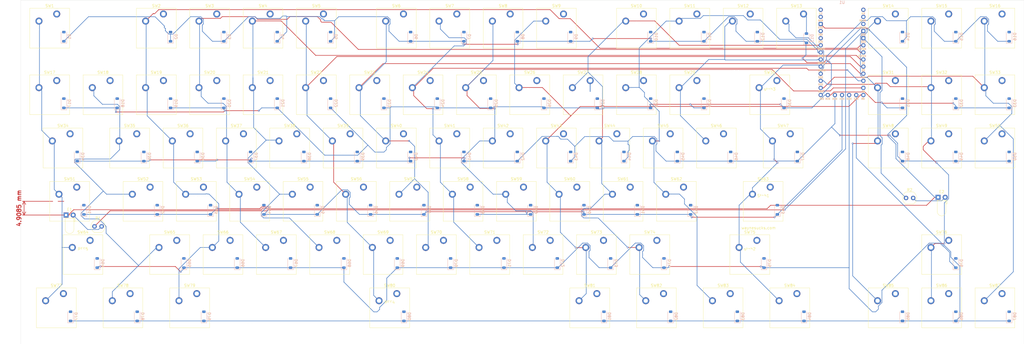
<source format=kicad_pcb>
(kicad_pcb (version 20221018) (generator pcbnew)
  (layers (0 "F.Cu" signal) (31 "B.Cu" signal) (34 "B.Paste" user) (35 "F.Paste" user) (36 "B.SilkS" user "B.Silkscreen") (37 "F.SilkS" user "F.Silkscreen") (38 "B.Mask" user) (39 "F.Mask" user) (44 "Edge.Cuts" user))
  (net 0 "")
  (net 1 "Net-(D1-K)")
  (net 2 "Net-(D1-A)")
  (net 3 "Net-(D2-A)")
  (net 4 "Net-(D3-A)")
  (net 5 "Net-(D4-A)")
  (net 6 "Net-(D5-A)")
  (net 7 "Net-(D6-A)")
  (net 8 "Net-(D7-A)")
  (net 9 "Net-(D8-A)")
  (net 10 "Net-(D9-A)")
  (net 11 "Net-(D10-A)")
  (net 12 "Net-(D11-A)")
  (net 13 "Net-(D12-A)")
  (net 14 "Net-(D13-A)")
  (net 15 "Net-(D14-A)")
  (net 16 "Net-(D15-A)")
  (net 17 "Net-(D16-A)")
  (net 18 "Net-(D17-A)")
  (net 19 "Net-(D18-A)")
  (net 20 "Net-(D19-A)")
  (net 21 "Net-(D20-A)")
  (net 22 "Net-(D21-A)")
  (net 23 "Net-(D22-A)")
  (net 24 "Net-(D23-A)")
  (net 25 "Net-(D24-A)")
  (net 26 "Net-(D25-A)")
  (net 27 "Net-(D26-A)")
  (net 28 "Net-(D27-A)")
  (net 29 "Net-(D28-A)")
  (net 30 "Net-(D29-A)")
  (net 31 "Net-(D30-A)")
  (net 32 "Net-(D31-A)")
  (net 33 "Net-(D32-A)")
  (net 34 "Net-(D33-A)")
  (net 35 "Net-(D34-A)")
  (net 36 "Net-(D35-A)")
  (net 37 "Net-(D36-A)")
  (net 38 "Net-(D37-A)")
  (net 39 "Net-(D38-A)")
  (net 40 "Net-(D39-A)")
  (net 41 "Net-(D40-A)")
  (net 42 "Net-(D41-A)")
  (net 43 "Net-(D42-A)")
  (net 44 "Net-(D43-A)")
  (net 45 "Net-(D44-A)")
  (net 46 "Net-(D45-A)")
  (net 47 "Net-(D46-A)")
  (net 48 "Net-(D47-A)")
  (net 49 "Net-(D48-A)")
  (net 50 "Net-(D49-A)")
  (net 51 "Net-(D50-A)")
  (net 52 "Net-(D51-A)")
  (net 53 "Net-(D52-A)")
  (net 54 "Net-(D53-A)")
  (net 55 "Net-(D54-A)")
  (net 56 "Net-(D55-A)")
  (net 57 "Net-(D56-A)")
  (net 58 "Net-(D57-A)")
  (net 59 "Net-(D58-A)")
  (net 60 "Net-(D59-A)")
  (net 61 "Net-(D60-A)")
  (net 62 "Net-(D61-A)")
  (net 63 "Net-(D62-A)")
  (net 64 "Net-(D63-A)")
  (net 65 "Net-(D64-A)")
  (net 66 "Net-(D65-A)")
  (net 67 "Net-(D69-A)")
  (net 68 "Net-(D70-A)")
  (net 69 "Net-(D71-A)")
  (net 70 "Net-(D72-A)")
  (net 71 "Net-(D73-A)")
  (net 72 "Net-(D74-A)")
  (net 73 "Net-(D75-A)")
  (net 74 "Net-(D76-A)")
  (net 75 "Net-(D77-A)")
  (net 76 "Net-(D78-A)")
  (net 77 "Net-(D79-A)")
  (net 78 "Net-(D82-A)")
  (net 79 "Net-(D84-A)")
  (net 80 "Net-(D86-A)")
  (net 81 "Net-(D87-A)")
  (net 82 "Net-(R1-Pad1)")
  (net 83 "Net-(R2-Pad1)")
  (net 84 "Net-(U1-D0)")
  (net 85 "Net-(U1-D2)")
  (net 86 "Net-(U1-D3)")
  (net 87 "Net-(U1-D4)")
  (net 88 "Net-(U1-D5)")
  (net 89 "Net-(U1-D6)")
  (net 90 "Net-(U1-D7)")
  (net 91 "Net-(U1-D8)")
  (net 92 "/row_0")
  (net 93 "Net-(U1-D29{slash}A3)")
  (net 94 "Net-(U1-D28{slash}A2)")
  (net 95 "Net-(U1-D27{slash}A1)")
  (net 96 "Net-(U1-D26{slash}A0)")
  (net 97 "Net-(U1-D22)")
  (net 98 "Net-(U1-D20)")
  (net 99 "Net-(U1-D23)")
  (net 100 "Net-(U1-D1)")
  (net 106 "Net-(D17-K)")
  (net 107 "Net-(D34-K)")
  (net 108 "Net-(D51-K)")
  (net 109 "Net-(D64-K)")
  (net 110 "Net-(D66-A)")
  (net 111 "Net-(D67-A)")
  (net 112 "Net-(D68-A)")
  (net 113 "Net-(D77-K)")
  (net 114 "Net-(D80-A)")
  (net 115 "Net-(D81-A)")
  (net 116 "Net-(D83-A)")
  (net 117 "Net-(D85-A)")
  (net 118 "Net-(E1-K)")
  (net 119 "Net-(E1-A)")
  (net 120 "Net-(E2-A)")
  (footprint "PCM_Switch_Keyboard_Cherry_MX:SW_Cherry_MX_PCB" (layer "F.Cu") (at 263.125 34.525)
    (fp_text reference "SW11")
    (fp_text value "SW_Push")
  )
  (footprint "PCM_Switch_Keyboard_Cherry_MX:SW_Cherry_MX_PCB" (layer "F.Cu") (at 196.45 77.3875)
    (fp_text reference "SW42")
    (fp_text value "SW_Push")
  )
  (footprint "PCM_Switch_Keyboard_Cherry_MX:SW_Cherry_MX_PCB" (layer "F.Cu") (at 258.3625 96.4375)
    (fp_text reference "SW62")
    (fp_text value "SW_Push")
  )
  (footprint "PCM_Switch_Keyboard_Cherry_MX:SW_Cherry_MX_PCB" (layer "F.Cu") (at 353.06 34.525)
    (fp_text reference "SW15")
    (fp_text value "SW_Push")
  )
  (footprint "PCM_Switch_Keyboard_Cherry_MX:SW_Cherry_MX_PCB" (layer "F.Cu") (at 182.1625 96.4375)
    (fp_text reference "SW58")
    (fp_text value "SW_Push")
  )
  (footprint "PCM_Switch_Keyboard_Cherry_MX:SW_Cherry_MX_PCB" (layer "F.Cu") (at 125.0125 96.4375)
    (fp_text reference "SW55")
    (fp_text value "SW_Push")
  )
  (footprint "PCM_Switch_Keyboard_Cherry_MX:SW_Cherry_MX_PCB" (layer "F.Cu") (at 67.8625 96.4375)
    (fp_text reference "SW52")
    (fp_text value "SW_Push")
  )
  (footprint "PCM_Switch_Keyboard_Cherry_MX:SW_Cherry_MX_PCB" (layer "F.Cu") (at 139.3 77.3875)
    (fp_text reference "SW39")
    (fp_text value "SW_Push")
  )
  (footprint "PCM_Switch_Keyboard_Cherry_MX:SW_Cherry_MX_PCB" (layer "F.Cu") (at 177.4 77.3875)
    (fp_text reference "SW41")
    (fp_text value "SW_Push")
  )
  (footprint "PCM_Switch_Keyboard_Cherry_MX:SW_Cherry_MX_PCB" (layer "F.Cu") (at 172.6375 115.4875)
    (fp_text reference "SW70")
    (fp_text value "SW_Push")
  )
  (footprint "PCM_Switch_Keyboard_Cherry_MX:SW_Cherry_MX_PCB" (layer "F.Cu") (at 334.01 34.525)
    (fp_text reference "SW14")
    (fp_text value "SW_Push")
  )
  (footprint "PCM_Switch_Keyboard_Cherry_MX:SW_Cherry_MX_PCB" (layer "F.Cu") (at 353.06 134.5375)
    (fp_text reference "SW86")
    (fp_text value "SW_Push")
  )
  (footprint "PCM_Switch_Keyboard_Cherry_MX:SW_Cherry_MX_PCB" (layer "F.Cu") (at 225.025 58.3375)
    (fp_text reference "SW27")
    (fp_text value "SW_Push")
  )
  (footprint "PCM_Switch_Keyboard_Cherry_MX:SW_Cherry_MX_PCB" (layer "F.Cu") (at 163.1125 96.4375)
    (fp_text reference "SW57")
    (fp_text value "SW_Push")
  )
  (footprint "PCM_Switch_Keyboard_Cherry_MX:SW_Cherry_MX_PCB" (layer "F.Cu") (at 129.775 58.3375)
    (fp_text reference "SW22")
    (fp_text value "SW_Push")
  )
  (footprint "PCM_Switch_Keyboard_Cherry_MX:SW_Cherry_MX_PCB" (layer "F.Cu") (at 275.0313 134.5375)
    (fp_text reference "SW83")
    (fp_text value "SW_Push")
  )
  (footprint "PCM_Switch_Keyboard_Cherry_MX:SW_Cherry_MX_PCB" (layer "F.Cu") (at 296.4625 77.3875)
    (fp_text reference "SW47")
    (fp_text value "SW_Push")
  )
  (footprint "PCM_Switch_Keyboard_Cherry_MX:SW_Cherry_MX_PCB" (layer "F.Cu") (at 282.175 34.525)
    (fp_text reference "SW12")
    (fp_text value "SW_Push")
  )
  (footprint "PCM_Switch_Keyboard_Cherry_MX:SW_Cherry_MX_PCB" (layer "F.Cu") (at 91.675 34.525)
    (fp_text reference "SW3")
    (fp_text value "SW_Push")
  )
  (footprint "PCM_Switch_Keyboard_Cherry_MX:SW_Cherry_MX_PCB" (layer "F.Cu") (at 372.11 34.525)
    (fp_text reference "SW16")
    (fp_text value "SW_Push")
  )
  (footprint "PCM_Switch_Keyboard_Cherry_MX:SW_Cherry_MX_PCB" (layer "F.Cu") (at 53.575 58.3375)
    (fp_text reference "SW18")
    (fp_text value "SW_Push")
  )
  (footprint "PCM_Switch_Keyboard_Cherry_MX:SW_Cherry_MX_PCB" (layer "F.Cu") (at 177.4 34.525)
    (fp_text reference "SW7")
    (fp_text value "SW_Push")
  )
  (footprint "PCM_Switch_Keyboard_Cherry_MX:SW_Cherry_MX_PCB" (layer "F.Cu") (at 215.5 34.525)
    (fp_text reference "SW9")
    (fp_text value "SW_Push")
  )
  (footprint "OptoDevice:R_LDR_4.9x4.2mm_P2.54mm_Vertical" (layer "F.Cu") (at 340.36 95.25)
    (fp_text reference "R2")
    (fp_text value "VT93xx")
  )
  (footprint "PCM_Switch_Keyboard_Cherry_MX:SW_Cherry_MX_PCB" (layer "F.Cu") (at 334.01 134.5375)
    (fp_text reference "SW85")
    (fp_text value "SW_Push")
  )
  (footprint "PCM_Switch_Keyboard_Cherry_MX:SW_Cherry_MX_PCB" (layer "F.Cu") (at 120.25 77.3875)
    (fp_text reference "SW38")
    (fp_text value "SW_Push")
  )
  (footprint "PCM_Switch_Keyboard_Cherry_MX:SW_Cherry_MX_PCB" (layer "F.Cu") (at 298.8438 134.5375)
    (fp_text reference "SW84")
    (fp_text value "SW_Push")
  )
  (footprint "PCM_Switch_Keyboard_Cherry_MX:SW_Cherry_MX_PCB" (layer "F.Cu") (at 244.075 58.3375)
    (fp_text reference "SW28")
    (fp_text value "SW_Push")
  )
  (footprint "PCM_Mounting_Keyboard_Stabilizer:Stabilizer_Cherry_MX_2.00u" (layer "F.Cu") (at 46.3963 115.5075)
    (fp_text reference "REF5")
    (fp_text value "Stabilizer_Cherry_MX_2.00u")
  )
  (footprint "PCM_Switch_Keyboard_Cherry_MX:SW_Cherry_MX_PCB" (layer "F.Cu") (at 239.3125 96.4375)
    (fp_text reference "SW61")
    (fp_text value "SW_Push")
  )
  (footprint "PCM_Switch_Keyboard_Cherry_MX:SW_Cherry_MX_PCB" (layer "F.Cu") (at 86.9125 96.4375)
    (fp_text reference "SW53")
    (fp_text value "SW_Push")
  )
  (footprint "PCM_Switch_Keyboard_Cherry_MX:SW_Cherry_MX_PCB" (layer "F.Cu") (at 210.7375 115.4875)
    (fp_text reference "SW72")
    (fp_text value "SW_Push")
  )
  (footprint "PCM_Switch_Keyboard_Cherry_MX:SW_Cherry_MX_PCB" (layer "F.Cu") (at 353.06 115.4875)
    (fp_text reference "SW76")
    (fp_text value "SW_Push")
  )
  (footprint "PCM_Switch_Keyboard_Cherry_MX:SW_Cherry_MX_PCB" (layer "F.Cu") (at 148.825 58.3375)
    (fp_text reference "SW23")
    (fp_text value "SW_Push")
  )
  (footprint "PCM_Switch_Keyboard_Cherry_MX:SW_Cherry_MX_PCB" (layer "F.Cu") (at 134.5375 115.4875)
    (fp_text reference "SW68")
    (fp_text value "SW_Push")
  )
  (footprint "PCM_Switch_Keyboard_Cherry_MX:SW_Cherry_MX_PCB" (layer "F.Cu") (at 144.0625 96.4375)
    (fp_text reference "SW56")
    (fp_text value "SW_Push")
  )
  (footprint "PCM_Switch_Keyboard_Cherry_MX:SW_Cherry_MX_PCB" (layer "F.Cu") (at 41.6688 96.4375)
    (fp_text reference "SW51")
    (fp_text value "SW_Push")
  )
  (footprint "PCM_Switch_Keyboard_Cherry_MX:SW_Cherry_MX_PCB" (layer "F.Cu") (at 115.4875 115.4875)
    (fp_text reference "SW67")
    (fp_text value "SW_Push")
  )
  (footprint "PCM_Switch_Keyboard_Cherry_MX:SW_Cherry_MX_PCB" (layer "F.Cu") (at 77.3875 115.4875)
    (fp_text reference "SW65")
    (fp_text value "SW_Push")
  )
  (footprint "PCM_Switch_Keyboard_Cherry_MX:SW_Cherry_MX_PCB" (layer "F.Cu") (at 60.7188 134.5375)
    (fp_text reference "SW78")
    (fp_text value "SW_Push")
  )
  (footprint "PCM_Switch_Keyboard_Cherry_MX:SW_Cherry_MX_PCB" (layer "F.Cu") (at 205.975 58.3375)
    (fp_text reference "SW26")
    (fp_text value "SW_Push")
  )
  (footprint "PCM_Switch_Keyboard_Cherry_MX:SW_Cherry_MX_PCB" (layer "F.Cu") (at 91.675 58.3375)
    (fp_text reference "SW20")
    (fp_text value "SW_Push")
  )
  (footprint "PCM_Switch_Keyboard_Cherry_MX:SW_Cherry_MX_PCB" (layer "F.Cu") (at 46.4313 115.4875)
    (fp_text reference "SW64")
    (fp_text value "SW_Push")
  )
  (footprint "PCM_Switch_Keyboard_Cherry_MX:SW_Cherry_MX_PCB" (layer "F.Cu") (at 284.5563 115.4875)
    (fp_text reference "SW75")
    (fp_text value "SW_Push")
  )
  (footprint "PCM_Switch_Keyboard_Cherry_MX:SW_Cherry_MX_PCB" (layer "F.Cu") (at 251.2188 134.5375)
    (fp_text reference "SW82")
    (fp_text value "SW_Push")
  )
  (footprint "PCM_Switch_Keyboard_Cherry_MX:SW_Cherry_MX_PCB" (layer "F.Cu") (at 272.65 77.3875)
    (fp_text reference "SW46")
    (fp_text value "SW_Push")
  )
  (footprint "PCM_Switch_Keyboard_Cherry_MX:SW_Cherry_MX_PCB" (layer "F.Cu") (at 191.6875 115.4875)
    (fp_text reference "SW71")
    (fp_text value "SW_Push")
  )
  (footprint "PCM_Switch_Keyboard_Cherry_MX:SW_Cherry_MX_PCB" (layer "F.Cu") (at 72.625 34.525)
    (fp_text reference "SW2")
    (fp_text value "SW_Push")
  )
  (footprint "PCM_Switch_Keyboard_Cherry_MX:SW_Cherry_MX_PCB" (layer "F.Cu") (at 234.55 77.3875)
    (fp_text reference "SW44")
    (fp_text value "SW_Push")
  )
  (footprint "PCM_Switch_Keyboard_Cherry_MX:SW_Cherry_MX_PCB" (layer "F.Cu") (at 248.8375 115.4875)
    (fp_text reference "SW74")
    (fp_text value "SW_Push")
  )
  (footprint "PCM_Switch_Keyboard_Cherry_MX:SW_Cherry_MX_PCB" (layer "F.Cu") (at 353.06 58.3375)
    (fp_text reference "SW32")
    (fp_text value "SW_Push")
  )
  (footprint "PCM_Switch_Keyboard_Cherry_MX:SW_Cherry_MX_PCB" (layer "F.Cu") (at 186.925 58.3375)
    (fp_text reference "SW25")
    (fp_text value "SW_Push")
  )
  (footprint "PCM_Switch_Keyboard_Cherry_MX:SW_Cherry_MX_PCB" (layer "F.Cu") (at 82.15 77.3875)
    (fp_text reference "SW36")
    (fp_text value "SW_Push")
  )
  (footprint "PCM_Switch_Keyboard_Cherry_MX:SW_Cherry_MX_PCB" (layer "F.Cu") (at 129.775 34.525)
    (fp_text reference "SW5")
    (fp_text value "SW_Push")
  )
  (footprint "PCM_Switch_Keyboard_Cherry_MX:SW_Cherry_MX_PCB" (layer "F.Cu") (at 196.45 34.525)
    (fp_text reference "SW8")
    (fp_text value "SW_Push")
  )
  (footprint "PCM_Mounting_Keyboard_Stabilizer:Stabilizer_Cherry_MX_2.00u" (layer "F.Cu") (at 289.3575 96.455)
    (fp_text reference "Stab1")
    (fp_text value "Stabilizer_Cherry_MX_2.00u")
  )
  (footprint "PCM_Switch_Keyboard_Cherry_MX:SW_Cherry_MX_PCB" (layer "F.Cu") (at 63.1 77.3875)
    (fp_text reference "SW35")
    (fp_text value "SW_Push")
  )
  (footprint "PCM_Switch_Keyboard_Cherry_MX:SW_Cherry_MX_PCB" (layer "F.Cu") (at 34.525 34.525)
    (fp_text reference "SW1")
    (fp_text value "SW_Push")
  )
  (footprint "PCM_Switch_Keyboard_Cherry_MX:SW_Cherry_MX_PCB" (layer "F.Cu") (at 158.35 77.3875)
    (fp_text reference "SW40")
    (fp_text value "SW_Push")
  )
  (footprint "LED_THT:LED_D3.0mm_Horizontal_O1.27mm_Z2.0mm" (layer "F.Cu") (at 40.386 101.346)
    (fp_text reference "E1")
    (fp_text value "LED")
  )
  (footprint "PCM_Switch_Keyboard_Cherry_MX:SW_Cherry_MX_PCB" (layer "F.Cu") (at 201.2125 96.4375)
    (fp_text reference "SW59")
    (fp_text value "SW_Push")
  )
  (footprint "PCM_Switch_Keyboard_Cherry_MX:SW_Cherry_MX_PCB" (layer "F.Cu") (at 72.625 58.3375)
    (fp_text reference "SW19")
    (fp_text value "SW_Push")
  )
  (footprint "PCM_Switch_Keyboard_Cherry_MX:SW_Cherry_MX_PCB" (layer "F.Cu") (at 263.125 58.3375)
    (fp_text reference "SW29")
    (fp_text value "SW_Push")
  )
  (footprint "PCM_Switch_Keyboard_Cherry_MX:SW_Cherry_MX_PCB" (layer "F.Cu") (at 110.725 34.525)
    (fp_text reference "SW4")
    (fp_text value "SW_Push")
  )
  (footprint "PCM_Switch_Keyboard_Cherry_MX:SW_Cherry_MX_PCB" (layer "F.Cu") (at 96.4375 115.4875)
    (fp_text reference "SW66")
    (fp_text value "SW_Push")
  )
  (footprint "PCM_Switch_Keyboard_Cherry_MX:SW_Cherry_MX_PCB" (layer "F.Cu") (at 229.7875 115.4875)
    (fp_text reference "SW73")
    (fp_text value "SW_Push")
  )
  (footprint "LED_THT:LED_D3.0mm_Horizontal_O1.27mm_Z2.0mm" (layer "F.Cu") (at 351.79 94.996)
    (fp_text reference "E2")
    (fp_text value "LED")
  )
  (footprint "PCM_Switch_Keyboard_Cherry_MX:SW_Cherry_MX_PCB" (layer "F.Cu") (at 101.2 77.3875)
    (fp_text reference "SW37")
    (fp_text value "SW_Push")
  )
  (footprint "PCM_Switch_Keyboard_Cherry_MX:SW_Cherry_MX_PCB" (layer "F.Cu") (at 227.4063 134.5375)
    (fp_text reference "SW81")
    (fp_text value "SW_Push")
  )
  (footprint "OptoDevice:R_LDR_4.9x4.2mm_P2.54mm_Vertical" (layer "F.Cu") (at 50.546 105.41)
    (fp_text reference "R1")
    (fp_text value "VT93xx")
  )
  (footprint "PCM_Switch_Keyboard_Cherry_MX:SW_Cherry_MX_PCB" (layer "F.Cu") (at 34.525 58.3375)
    (fp_text reference "SW17")
    (fp_text value "SW_Push")
  )
  (footprint "PCM_Mounting_Keyboard_Stabilizer:Stabilizer_Cherry_MX_6.25u" (layer "F.Cu") (at 155.95 134.56)
    (fp_text reference "REF4")
    (fp_text value "Stabilizer_Cherry_MX_6.25u")
  )
  (footprint "PCM_Switch_Keyboard_Cherry_MX:SW_Cherry_MX_PCB" (layer "F.Cu") (at 84.5313 134.5375)
    (fp_text reference "SW79")
    (fp_text value "SW_Push")
  )
  (footprint "PCM_Switch_Keyboard_Cherry_MX:SW_Cherry_MX_PCB" (layer "F.Cu") (at 372.11 58.3375)
    (fp_text reference "SW33")
    (fp_text value "SW_Push")
  )
  (footprint "PCM_Switch_Keyboard_Cherry_MX:SW_Cherry_MX_PCB" (layer "F.Cu") (at 334.01 77.3875)
    (fp_text reference "SW48")
    (fp_text value "SW_Push")
  )
  (footprint "PCM_Mounting_Keyboard_Stabilizer:Stabilizer_Cherry_MX_2.00u" (layer "F.Cu") (at 284.55 115.49)
    (fp_text reference "stab2")
    (fp_text value "Stabilizer_Cherry_MX_2.00u")
  )
  (footprint "PCM_Switch_Keyboard_Cherry_MX:SW_Cherry_MX_PCB" (layer "F.Cu") (at 291.7 58.3375)
    (fp_text reference "SW30")
    (fp_text value "SW_Push")
  )
  (footprint "PCM_Switch_Keyboard_Cherry_MX:SW_Cherry_MX_PCB" (layer "F.Cu") (at 155.9688 134.5375)
    (fp_text reference "SW80")
    (fp_text value "SW_Push")
  )
  (footprint "PCM_Switch_Keyboard_Cherry_MX:SW_Cherry_MX_PCB" (layer "F.Cu") (at 215.5 77.3875)
    (fp_text reference "SW43")
    (fp_text value "SW_Push")
  )
  (footprint "PCM_Switch_Keyboard_Cherry_MX:SW_Cherry_MX_PCB" (layer "F.Cu") (at 244.075 34.525)
    (fp_text reference "SW10")
    (fp_text value "SW_Push")
  )
  (footprint "PCM_Switch_Keyboard_Cherry_MX:SW_Cherry_MX_PCB" (layer "F.Cu") (at 301.225 34.525)
    (fp_text reference "SW13")
    (fp_text value "SW_Push")
  )
  (footprint "PCM_Switch_Keyboard_Cherry_MX:SW_Cherry_MX_PCB" (layer "F.Cu") (at 353.06 77.3875)
    (fp_text reference "SW49")
    (fp_text value "SW_Push")
  )
  (footprint "PCM_Switch_Keyboard_Cherry_MX:SW_Cherry_MX_PCB" (layer "F.Cu") (at 289.3188 96.4375)
    (fp_text reference "SW63")
    (fp_text value "SW_Push")
  )
  (footprint "PCM_Mounting_Keyboard_Stabilizer:Stabilizer_Cherry_MX_2.00u" (layer "F.Cu") (at 291.68 58.35)
    (fp_text reference "stab3")
    (fp_text value "Stabilizer_Cherry_MX_2.00u")
  )
  (footprint "PCM_Switch_Keyboard_Cherry_MX:SW_Cherry_MX_PCB" (layer "F.Cu") (at 253.6 77.3875)
    (fp_text reference "SW45")
    (fp_text value "SW_Push")
  )
  (footprint "PCM_Switch_Keyboard_Cherry_MX:SW_Cherry_MX_PCB" (layer "F.Cu") (at 39.2875 77.3875)
    (fp_text reference "SW34")
    (fp_text value "SW_Push")
  )
  (footprint "PCM_Switch_Keyboard_Cherry_MX:SW_Cherry_MX_PCB" (layer "F.Cu") (at 153.5875 115.4875)
    (fp_text reference "SW69")
    (fp_text value "SW_Push")
  )
  (footprint "PCM_Switch_Keyboard_Cherry_MX:SW_Cherry_MX_PCB" (layer "F.Cu") (at 334.01 58.3375)
    (fp_text reference "SW31")
    (fp_text value "SW_Push")
  )
  (footprint "PCM_Switch_Keyboard_Cherry_MX:SW_Cherry_MX_PCB" (layer "F.Cu") (at 167.875 58.3375)
    (fp_text reference "SW24")
    (fp_text value "SW_Push")
  )
  (footprint "PCM_Switch_Keyboard_Cherry_MX:SW_Cherry_MX_PCB" (layer "F.Cu") (at 36.9063 134.5375)
    (fp_text reference "SW77")
    (fp_text value "SW_Push")
  )
  (footprint "PCM_Switch_Keyboard_Cherry_MX:SW_Cherry_MX_PCB" (layer "F.Cu") (at 158.35 34.525)
    (fp_text reference "SW6")
    (fp_text value "SW_Push")
  )
  (footprint "PCM_Switch_Keyboard_Cherry_MX:SW_Cherry_MX_PCB" (layer "F.Cu") (at 220.2625 96.4375)
    (fp_text reference "SW60")
    (fp_text value "SW_Push")
  )
  (footprint "PCM_Switch_Keyboard_Cherry_MX:SW_Cherry_MX_PCB" (layer "F.Cu") (at 372.11 77.3875)
    (fp_text reference "SW50")
    (fp_text value "SW_Push")
  )
  (footprint "PCM_Switch_Keyboard_Cherry_MX:SW_Cherry_MX_PCB" (layer "F.Cu") (at 372.11 134.5375)
    (fp_text reference "SW87")
    (fp_text value "SW_Push")
  )
  (footprint "PCM_Switch_Keyboard_Cherry_MX:SW_Cherry_MX_PCB" (layer "F.Cu") (at 110.725 58.3375)
    (fp_text reference "SW21")
    (fp_text value "SW_Push")
  )
  (footprint "PCM_Switch_Keyboard_Cherry_MX:SW_Cherry_MX_PCB" (layer "F.Cu") (at 105.9625 96.4375)
    (fp_text reference "SW54")
    (fp_text value "SW_Push")
  )
  (footprint "Frood:PinHeader_2x13+5_P2.54mm_Vertical_Elite-C" (layer "B.Cu") (at 317.5 27.94 180)
    (fp_text reference "U1")
    (fp_text value "ProMicro" hide)
  )
  (footprint "Diode_SMD:D_SOD-123" (layer "B.Cu") (at 301.5425 80.4175 90)
    (fp_text reference "D47")
    (fp_text value "D_Schottky")
  )
  (footprint "Diode_SMD:D_SOD-123" (layer "B.Cu") (at 258.68 80.4175 90)
    (fp_text reference "D45")
    (fp_text value "D_Schottky")
  )
  (footprint "Diode_SMD:D_SOD-123" (layer "B.Cu") (at 125.33 80.4175 90)
    (fp_text reference "D38")
    (fp_text value "D_Schottky")
  )
  (footprint "Diode_SMD:D_SOD-123" (layer "B.Cu") (at 234.8675 118.5175 90)
    (fp_text reference "D73")
    (fp_text value "D_Schottky")
  )
  (footprint "Diode_SMD:D_SOD-123" (layer "B.Cu") (at 182.48 37.555 90)
    (fp_text reference "D7")
    (fp_text value "D_Schottky")
  )
  (footprint "Diode_SMD:D_SOD-123" (layer "B.Cu") (at 163.43 80.4175 90)
    (fp_text reference "D40")
    (fp_text value "D_Schottky")
  )
  (footprint "Diode_SMD:D_SOD-123" (layer "B.Cu") (at 89.6113 137.5675 90)
    (fp_text reference "D79")
    (fp_text value "D_Schottky")
  )
  (footprint "Diode_SMD:D_SOD-123" (layer "B.Cu") (at 201.53 80.4175 90)
    (fp_text reference "D42")
    (fp_text value "D_Schottky")
  )
  (footprint "Diode_SMD:D_SOD-123" (layer "B.Cu") (at 289.6363 118.5175 90)
    (fp_text reference "D75")
    (fp_text value "D_Schottky")
  )
  (footprint "Diode_SMD:D_SOD-123" (layer "B.Cu") (at 358.14 118.5175 90)
    (fp_text reference "D76")
    (fp_text value "D_Schottky")
  )
  (footprint "Diode_SMD:D_SOD-123" (layer "B.Cu") (at 294.3988 99.4675 90)
    (fp_text reference "D63")
    (fp_text value "D_Schottky")
  )
  (footprint "Diode_SMD:D_SOD-123" (layer "B.Cu") (at 339.09 137.5675 90)
    (fp_text reference "D85")
    (fp_text value "D_Schottky")
  )
  (footprint "Diode_SMD:D_SOD-123" (layer "B.Cu") (at 220.58 80.4175 90)
    (fp_text reference "D43")
    (fp_text value "D_Schottky")
  )
  (footprint "Diode_SMD:D_SOD-123" (layer "B.Cu") (at 163.43 37.555 90)
    (fp_text reference "D6")
    (fp_text value "D_Schottky")
  )
  (footprint "Diode_SMD:D_SOD-123" (layer "B.Cu") (at 268.205 37.555 90)
    (fp_text reference "D11")
    (fp_text value "D_Schottky")
  )
  (footprint "Diode_SMD:D_SOD-123" (layer "B.Cu") (at 39.605 37.555 90)
    (fp_text reference "D1")
    (fp_text value "D_Schottky")
  )
  (footprint "Diode_SMD:D_SOD-123" (layer "B.Cu") (at 206.2925 99.4675 90)
    (fp_text reference "D59")
    (fp_text value "D_Schottky")
  )
  (footprint "Diode_SMD:D_SOD-123" (layer "B.Cu") (at 232.4863 137.5675 90)
    (fp_text reference "D81")
    (fp_text value "D_Schottky")
  )
  (footprint "Diode_SMD:D_SOD-123" (layer "B.Cu") (at 358.14 137.5675 90)
    (fp_text reference "D86")
    (fp_text value "D_Schottky")
  )
  (footprint "Diode_SMD:D_SOD-123" (layer "B.Cu") (at 96.755 61.3675 90)
    (fp_text reference "D20")
    (fp_text value "D_Schottky")
  )
  (footprint "Diode_SMD:D_SOD-123" (layer "B.Cu") (at 377.19 37.555 90)
    (fp_text reference "D16")
    (fp_text value "D_Schottky")
  )
  (footprint "Diode_SMD:D_SOD-123" (layer "B.Cu") (at 253.9175 118.5175 90)
    (fp_text reference "D74")
    (fp_text value "D_Schottky")
  )
  (footprint "Diode_SMD:D_SOD-123" (layer "B.Cu") (at 44.3675 80.4175 90)
    (fp_text reference "D34")
    (fp_text value "D_Schottky")
  )
  (footprint "Diode_SMD:D_SOD-123" (layer "B.Cu") (at 287.255 37.555 90)
    (fp_text reference "D12")
    (fp_text value "D_Schottky")
  )
  (footprint "Diode_SMD:D_SOD-123" (layer "B.Cu") (at 249.155 61.3675 90)
    (fp_text reference "D28")
    (fp_text value "D_Schottky")
  )
  (footprint "Diode_SMD:D_SOD-123" (layer "B.Cu") (at 139.6175 118.5175 90)
    (fp_text reference "D68")
    (fp_text value "D_Schottky")
  )
  (footprint "Diode_SMD:D_SOD-123" (layer "B.Cu") (at 77.705 61.3675 90)
    (fp_text reference "D19")
    (fp_text value "D_Schottky")
  )
  (footprint "Diode_SMD:D_SOD-123" (layer "B.Cu") (at 277.73 80.4175 90)
    (fp_text reference "D46")
    (fp_text value "D_Schottky")
  )
  (footprint "Diode_SMD:D_SOD-123" (layer "B.Cu") (at 304.8 38.1 90)
    (fp_text reference "D13")
    (fp_text value "D_Schottky")
  )
  (footprint "Diode_SMD:D_SOD-123" (layer "B.Cu") (at 225.3425 99.4675 90)
    (fp_text reference "D60")
    (fp_text value "D_Schottky")
  )
  (footprint "Diode_SMD:D_SOD-123" (layer "B.Cu") (at 46.7488 99.4675 90)
    (fp_text reference "D51")
    (fp_text value "D_Schottky")
  )
  (footprint "Diode_SMD:D_SOD-123" (layer "B.Cu") (at 280.1113 137.5675 90)
    (fp_text reference "D83")
    (fp_text value "D_Schottky")
  )
  (footprint "Diode_SMD:D_SOD-123" (layer "B.Cu") (at 87.23 80.4175 90)
    (fp_text reference "D36")
    (fp_text value "D_Schottky")
  )
  (footprint "Diode_SMD:D_SOD-123" (layer "B.Cu") (at 377.19 61.3675 90)
    (fp_text reference "D33")
    (fp_text value "D_Schottky")
  )
  (footprint "Diode_SMD:D_SOD-123" (layer "B.Cu") (at 377.19 137.5675 90)
    (fp_text reference "D87")
    (fp_text value "D_Schottky")
  )
  (footprint "Diode_SMD:D_SOD-123" (layer "B.Cu") (at 358.14 37.555 90)
    (fp_text reference "D15")
    (fp_text value "D_Schottky")
  )
  (footprint "Diode_SMD:D_SOD-123" (layer "B.Cu") (at 303.9238 137.5675 90)
    (fp_text reference "D84")
    (fp_text value "D_Schottky")
  )
  (footprint "Diode_SMD:D_SOD-123" (layer "B.Cu") (at 339.09 37.555 90)
    (fp_text reference "D14")
    (fp_text value "D_Schottky")
  )
  (footprint "Diode_SMD:D_SOD-123" (layer "B.Cu") (at 263.4425 99.4675 90)
    (fp_text reference "D62")
    (fp_text value "D_Schottky")
  )
  (footprint "Diode_SMD:D_SOD-123" (layer "B.Cu") (at 158.6675 118.5175 90)
    (fp_text reference "D69")
    (fp_text value "D_Schottky")
  )
  (footprint "Diode_SMD:D_SOD-123" (layer "B.Cu") (at 153.905 61.3675 90)
    (fp_text reference "D23")
    (fp_text value "D_Schottky")
  )
  (footprint "Diode_SMD:D_SOD-123" (layer "B.Cu") (at 177.7175 118.5175 90)
    (fp_text reference "D70")
    (fp_text value "D_Schottky")
  )
  (footprint "Diode_SMD:D_SOD-123" (layer "B.Cu") (at 268.205 61.3675 90)
    (fp_text reference "D29")
    (fp_text value "D_Schottky")
  )
  (footprint "Diode_SMD:D_SOD-123" (layer "B.Cu") (at 358.14 61.3675 90)
    (fp_text reference "D32")
    (fp_text value "D_Schottky")
  )
  (footprint "Diode_SMD:D_SOD-123" (layer "B.Cu") (at 239.63 80.4175 90)
    (fp_text reference "D44")
    (fp_text value "D_Schottky")
  )
  (footprint "Diode_SMD:D_SOD-123" (layer "B.Cu") (at 65.7988 137.5675 90)
    (fp_text reference "D78")
    (fp_text value "D_Schottky")
  )
  (footprint "Diode_SMD:D_SOD-123" (layer "B.Cu") (at 134.855 61.3675 90)
    (fp_text reference "D22")
    (fp_text value "D_Schottky")
  )
  (footprint "Diode_SMD:D_SOD-123" (layer "B.Cu") (at 358.14 80.4175 90)
    (fp_text reference "D49")
    (fp_text value "D_Schottky")
  )
  (footprint "Diode_SMD:D_SOD-123" (layer "B.Cu") (at 96.755 37.555 90)
    (fp_text reference "D3")
    (fp_text value "D_Schottky")
  )
  (footprint "Diode_SMD:D_SOD-123" (layer "B.Cu") (at 41.9863 137.5675 90)
    (fp_text reference "D77")
    (fp_text value "D_Schottky")
  )
  (footprint "Diode_SMD:D_SOD-123" (layer "B.Cu") (at 244.3925 99.4675 90)
    (fp_text reference "D61")
    (fp_text value "D_Schottky")
  )
  (footprint "Diode_SMD:D_SOD-123" (layer "B.Cu") (at 215.8175 118.5175 90)
    (fp_text reference "D72")
    (fp_text value "D_Schottky")
  )
  (footprint "Diode_SMD:D_SOD-123" (layer "B.Cu") (at 168.1925 99.4675 90)
    (fp_text reference "D57")
    (fp_text value "D_Schottky")
  )
  (footprint "Diode_SMD:D_SOD-123" (layer "B.Cu") (at 130.0925 99.4675 90)
    (fp_text reference "D55")
    (fp_text value "D_Schottky")
  )
  (footprint "Diode_SMD:D_SOD-123" (layer "B.Cu") (at 161.0488 137.5675 90)
    (fp_text reference "D80")
    (fp_text value "D_Schottky")
  )
  (footprint "Diode_SMD:D_SOD-123" (layer "B.Cu") (at 182.48 80.4175 90)
    (fp_text reference "D41")
    (fp_text value "D_Schottky")
  )
  (footprint "Diode_SMD:D_SOD-123" (layer "B.Cu") (at 77.705 37.555 90)
    (fp_text reference "D2")
    (fp_text value "D_Schottky")
  )
  (footprint "Diode_SMD:D_SOD-123" (layer "B.Cu") (at 111.0425 99.4675 90)
    (fp_text reference "D54")
    (fp_text value "D_Schottky")
  )
  (footprint "Diode_SMD:D_SOD-123" (layer "B.Cu") (at 68.18 80.4175 90)
    (fp_text reference "D35")
    (fp_text value "D_Schottky")
  )
  (footprint "Diode_SMD:D_SOD-123" (layer "B.Cu") (at 120.5675 118.5175 90)
    (fp_text reference "D67")
    (fp_text value "D_Schottky")
  )
  (footprint "Diode_SMD:D_SOD-123" (layer "B.Cu") (at 339.09 61.3675 90)
    (fp_text reference "D31")
    (fp_text value "D_Schottky")
  )
  (footprint "Diode_SMD:D_SOD-123" (layer "B.Cu") (at 51.5113 118.5175 90)
    (fp_text reference "D64")
    (fp_text value "D_Schottky")
  )
  (footprint "Diode_SMD:D_SOD-123" (layer "B.Cu") (at 39.605 61.3675 90)
    (fp_text reference "D17")
    (fp_text value "D_Schottky")
  )
  (footprint "Diode_SMD:D_SOD-123" (layer "B.Cu") (at 101.5175 118.5175 90)
    (fp_text reference "D66")
    (fp_text value "D_Schottky")
  )
  (footprint "Diode_SMD:D_SOD-123" (layer "B.Cu") (at 201.53 37.555 90)
    (fp_text reference "D8")
    (fp_text value "D_Schottky")
  )
  (footprint "Diode_SMD:D_SOD-123" (layer "B.Cu") (at 58.655 61.3675 90)
    (fp_text reference "D18")
    (fp_text value "D_Schottky")
  )
  (footprint "Diode_SMD:D_SOD-123" (layer "B.Cu") (at 377.19 80.4175 90)
    (fp_text reference "D50")
    (fp_text value "D_Schottky")
  )
  (footprint "Diode_SMD:D_SOD-123" (layer "B.Cu") (at 220.58 37.555 90)
    (fp_text reference "D9")
    (fp_text value "D_Schottky")
  )
  (footprint "Diode_SMD:D_SOD-123" (layer "B.Cu") (at 256.2988 137.5675 90)
    (fp_text reference "D82")
    (fp_text value "D_Schottky")
  )
  (footprint "Diode_SMD:D_SOD-123" (layer "B.Cu") (at 339.09 80.4175 90)
    (fp_text reference "D48")
    (fp_text value "D_Schottky")
  )
  (footprint "Diode_SMD:D_SOD-123" (layer "B.Cu") (at 192.005 61.3675 90)
    (fp_text reference "D25")
    (fp_text value "D_Schottky")
  )
  (footprint "Diode_SMD:D_SOD-123" (layer "B.Cu") (at 82.4675 118.5175 90)
    (fp_text reference "D65")
    (fp_text value "D_Schottky")
  )
  (footprint "Diode_SMD:D_SOD-123" (layer "B.Cu") (at 296.78 61.3675 90)
    (fp_text reference "D30")
    (fp_text value "D_Schottky")
  )
  (footprint "Diode_SMD:D_SOD-123" (layer "B.Cu") (at 187.2425 99.4675 90)
    (fp_text reference "D58")
    (fp_text value "D_Schottky")
  )
  (footprint "Diode_SMD:D_SOD-123" (layer "B.Cu") (at 149.1425 99.4675 90)
    (fp_text reference "D56")
    (fp_text value "D_Schottky")
  )
  (footprint "Diode_SMD:D_SOD-123" (layer "B.Cu") (at 115.805 37.555 90)
    (fp_text reference "D4")
    (fp_text value "D_Schottky")
  )
  (footprint "Diode_SMD:D_SOD-123" (layer "B.Cu") (at 144.38 80.4175 90)
    (fp_text reference "D39")
    (fp_text value "D_Schottky")
  )
  (footprint "Diode_SMD:D_SOD-123" (layer "B.Cu") (at 230.105 61.3675 90)
    (fp_text reference "D27")
    (fp_text value "D_Schottky")
  )
  (footprint "Diode_SMD:D_SOD-123" (layer "B.Cu") (at 72.9425 99.4675 90)
    (fp_text reference "D52")
    (fp_text value "D_Schottky")
  )
  (footprint "Diode_SMD:D_SOD-123" (layer "B.Cu") (at 115.805 61.3675 90)
    (fp_text reference "D21")
    (fp_text value "D_Schottky")
  )
  (footprint "Diode_SMD:D_SOD-123" (layer "B.Cu") (at 211.055 61.3675 90)
    (fp_text reference "D26")
    (fp_text value "D_Schottky")
  )
  (footprint "Diode_SMD:D_SOD-123" (layer "B.Cu") (at 91.9925 99.4675 90)
    (fp_text reference "D53")
    (fp_text value "D_Schottky")
  )
  (footprint "Diode_SMD:D_SOD-123" (layer "B.Cu") (at 249.155 37.555 90)
    (fp_text reference "D10")
    (fp_text value "D_Schottky")
  )
  (footprint "Diode_SMD:D_SOD-123" (layer "B.Cu") (at 106.28 80.4175 90)
    (fp_text reference "D37")
    (fp_text value "D_Schottky")
  )
  (footprint "Diode_SMD:D_SOD-123" (layer "B.Cu") (at 196.7675 118.5175 90)
    (fp_text reference "D71")
    (fp_text value "D_Schottky")
  )
  (footprint "Diode_SMD:D_SOD-123" (layer "B.Cu") (at 172.955 61.3675 90)
    (fp_text reference "D24")
    (fp_text value "D_Schottky")
  )
  (footprint "Diode_SMD:D_SOD-123" (layer "B.Cu") (at 134.855 37.555 90)
    (fp_text reference "D5")
    (fp_text value "D_Schottky")
  )
  (gr_line (start 24.21 147.52) (end 26.48 147.52) (stroke (width 0.05)) (layer "Edge.Cuts"))
  (gr_line (start 24.21 24.52) (end 24.21 147.52) (stroke (width 0.05)) (layer "Edge.Cuts"))
  (gr_line (start 26.48 24.52) (end 24.21 24.52) (stroke (width 0.05)) (layer "Edge.Cuts"))
  (gr_line (start 382.48 24.52) (end 26.48 24.52) (stroke (width 0.05)) (layer "Edge.Cuts"))
  (gr_line (start 27.48 147.52) (end 382.48 147.52) (stroke (width 0.05)) (layer "Edge.Cuts"))
  (gr_line (start 382.48 147.52) (end 382.48 24.52) (stroke (width 0.05)) (layer "Edge.Cuts"))
  (gr_line (start 26.48 147.52) (end 27.48 147.52) (stroke (width 0.05)) (layer "Edge.Cuts"))
  (gr_text "waynesucks.com" (at 281.48 106.52) (layer "F.SilkS") (effects (font (size 1 1)) (justify left bottom)))
  (dimension (type aligned) (layer "F.Cu") (pts (xy 40.64 101.346) (xy 40.64 96.4375)) (height -15.24) (gr_text "4.9085 mm" (at 23.6 98.89175 90) (layer "F.Cu") (effects (font (size 1.5 1.5) (thickness 0.3)))) (format (prefix "") (suffix "") (units 3) (units_format 1) (precision 4)) (style (thickness 0.2) (arrow_length 1.27) (text_position_mode 0) (extension_height 0.58642) (extension_offset 0.5) keep_text_aligned))
  (segment (start 312.6192 46.5988) (end 312.943 46.5988) (width 0.2) (layer "F.Cu") (net 1))
  (segment (start 311.0283 46.7719) (end 304.909 46.7719) (width 0.2) (layer "F.Cu") (net 1))
  (segment (start 182.3256 40.265) (end 182.2483 40.1877) (width 0.2) (layer "F.Cu") (net 1))
  (segment (start 311.9103 45.8899) (end 311.0283 46.7719) (width 0.2) (layer "F.Cu") (net 1))
  (segment (start 311.9103 45.8899) (end 312.6192 46.5988) (width 0.2) (layer "F.Cu") (net 1))
  (segment (start 228.4525 38.2337) (end 249.2721 38.2337) (width 0.2) (layer "F.Cu") (net 1))
  (segment (start 201.7088 40.265) (end 182.3256 40.265) (width 0.2) (layer "F.Cu") (net 1))
  (segment (start 304.909 46.7719) (end 303.4226 45.2855) (width 0.2) (layer "F.Cu") (net 1))
  (via (at 311.9103 45.8899) (size 0.6) (drill 0.3) (layers "F.Cu" "B.Cu") (net 1))
  (via (at 201.7088 40.265) (size 0.6) (drill 0.3) (layers "F.Cu" "B.Cu") (net 1))
  (via (at 228.4525 38.2337) (size 0.6) (drill 0.3) (layers "F.Cu" "B.Cu") (net 1))
  (via (at 312.943 46.5988) (size 0.6) (drill 0.3) (layers "F.Cu" "B.Cu") (net 1))
  (via (at 182.2483 40.1877) (size 0.6) (drill 0.3) (layers "F.Cu" "B.Cu") (net 1))
  (via (at 249.2721 38.2337) (size 0.6) (drill 0.3) (layers "F.Cu" "B.Cu") (net 1))
  (via (at 303.4226 45.2855) (size 0.6) (drill 0.3) (layers "F.Cu" "B.Cu") (net 1))
  (segment (start 249.155 39.205) (end 268.205 39.205) (width 0.2) (layer "B.Cu") (net 1))
  (segment (start 75.857 35.2611) (end 75.857 35.4277) (width 0.2) (layer "B.Cu") (net 1))
  (segment (start 115.805 39.205) (end 119.2135 35.7965) (width 0.2) (layer "B.Cu") (net 1))
  (segment (start 304.6164 39.75) (end 304.6164 44.0917) (width 0.2) (layer "B.Cu") (net 1))
  (segment (start 279.0049 30.4203) (end 279.9863 31.4017) (width 0.2) (layer "B.Cu") (net 1))
  (segment (start 350.8164 33.0057) (end 350.8164 31.3382) (width 0.2) (layer "B.Cu") (net 1))
  (segment (start 76.4281 36.0008) (end 76.7796 36.3523) (width 0.2) (layer "B.Cu") (net 1))
  (segment (start 134.855 39.205) (end 136.2819 37.7781) (width 0.2) (layer "B.Cu") (net 1))
  (segment (start 163.43 39.205) (end 182.48 39.205) (width 0.2) (layer "B.Cu") (net 1))
  (segment (start 136.2819 37.7781) (end 136.2819 31.8581) (width 0.2) (layer "B.Cu") (net 1))
  (segment (start 77.705 39.205) (end 77.705 36.6578) (width 0.2) (layer "B.Cu") (net 1))
  (segment (start 132.1767 31.1855) (end 131.7139 31.1855) (width 0.2) (layer "B.Cu") (net 1))
  (segment (start 72.1804 30.4269) (end 75.5729 33.8193) (width 0.2) (layer "B.Cu") (net 1))
  (segment (start 78.5923 36.6578) (end 84.8337 30.4164) (width 0.2) (layer "B.Cu") (net 1))
  (segment (start 76.7816 36.3523) (end 77.0871 36.6578) (width 0.2) (layer "B.Cu") (net 1))
  (segment (start 366.9286 30.4164) (end 368.9446 30.4164) (width 0.2) (layer "B.Cu") (net 1))
  (segment (start 373.0743 39.205) (end 377.19 39.205) (width 0.2) (layer "B.Cu") (net 1))
  (segment (start 279.9863 31.4017) (end 279.9863 32.9508) (width 0.2) (layer "B.Cu") (net 1))
  (segment (start 182.48 39.956) (end 182.48 39.205) (width 0.2) (layer "B.Cu") (net 1))
  (segment (start 227.4812 39.205) (end 228.4525 38.2337) (width 0.2) (layer "B.Cu") (net 1))
  (segment (start 155.7147 35.6044) (end 155.7147 33.3974) (width 0.2) (layer "B.Cu") (net 1))
  (segment (start 279.6112 33.3259) (end 279.6112 35.5838) (width 0.2) (layer "B.Cu") (net 1))
  (segment (start 117.7239 30.164) (end 116.8599 31.028) (width 0.2) (layer "B.Cu") (net 1))
  (segment (start 358.14 39.205) (end 354.0333 39.205) (width 0.2) (layer "B.Cu") (net 1))
  (segment (start 119.0118 30.164) (end 117.7239 30.164) (width 0.2) (layer "B.Cu") (net 1))
  (segment (start 105.5324 30.4276) (end 96.755 39.205) (width 0.2) (layer "B.Cu") (net 1))
  (segment (start 75.8555 34.6657) (end 75.8555 35.2596) (width 0.2) (layer "B.Cu") (net 1))
  (segment (start 313.6919 47.3477) (end 312.943 46.5988) (width 0.2) (layer "B.Cu") (net 1))
  (segment (start 76.4281 35.9988) (end 76.4281 36.0008) (width 0.2) (layer "B.Cu") (net 1))
  (segment (start 268.205 39.205) (end 276.9897 30.4203) (width 0.2) (layer "B.Cu") (net 1))
  (segment (start 220.58 39.205) (end 227.4812 39.205) (width 0.2) (layer "B.Cu") (net 1))
  (segment (start 201.7088 39.205) (end 201.53 39.205) (width 0.2) (layer "B.Cu") (net 1))
  (segment (start 75.5729 33.8193) (end 75.4551 33.9371) (width 0.2) (layer "B.Cu") (net 1))
  (segment (start 75.4551 34.2699) (end 75.808 34.6228) (width 0.2) (layer "B.Cu") (net 1))
  (segment (start 304.6164 39.75) (end 304.8 39.75) (width 0.2) (layer "B.Cu") (net 1))
  (segment (start 350.8164 31.3382) (end 349.8946 30.4164) (width 0.2) (layer "B.Cu") (net 1))
  (segment (start 369.4741 35.6048) (end 373.0743 39.205) (width 0.2) (layer "B.Cu") (net 1))
  (segment (start 249.2721 38.2337) (end 249.2721 39.0879) (width 0.2) (layer "B.Cu") (net 1))
  (segment (start 77.705 36.6578) (end 78.5923 36.6578) (width 0.2) (layer "B.Cu") (net 1))
  (segment (start 89.4314 31.3382) (end 89.4314 33.0057) (width 0.2) (layer "B.Cu") (net 1))
  (segment (start 340.5169 37.7781) (end 339.09 39.205) (width 0.2) (layer "B.Cu") (net 1))
  (segment (start 326.5226 31.75) (end 324.8635 31.75) (width 0.2) (layer "B.Cu") (net 1))
  (segment (start 108.482 31.028) (end 107.8816 30.4276) (width 0.2) (layer "B.Cu") (net 1))
  (segment (start 201.7088 39.205) (end 220.58 39.205) (width 0.2) (layer "B.Cu") (net 1))
  (segment (start 75.8555 35.2596) (end 75.857 35.2611) (width 0.2) (layer "B.Cu") (net 1))
  (segment (start 155.1846 30.4164) (end 137.7236 30.4164) (width 0.2) (layer "B.Cu") (net 1))
  (segment (start 276.9897 30.4203) (end 279.0049 30.4203) (width 0.2) (layer "B.Cu") (net 1))
  (segment (start 136.2819 31.8581) (end 132.5293 31.8581) (width 0.2) (layer "B.Cu") (net 1))
  (segment (start 304.6164 44.0917) (end 303.4226 45.2855) (width 0.2) (layer "B.Cu") (net 1))
  (segment (start 283.2324 39.205) (end 287.255 39.205) (width 0.2) (layer "B.Cu") (net 1))
  (segment (start 309.88 58.42) (end 310.1104 58.42) (width 0.2) (layer "B.Cu") (net 1))
  (segment (start 131.7139 31.1855) (end 130.8941 30.3657) (width 0.2) (layer "B.Cu") (net 1))
  (segment (start 130.8941 30.3657) (end 119.2135 30.3657) (width 0.2) (layer "B.Cu") (net 1))
  (segment (start 48.3831 30.4269) (end 72.1804 30.4269) (width 0.2) (layer "B.Cu") (net 1))
  (segment (start 39.605 39.205) (end 48.3831 30.4269) (width 0.2) (layer "B.Cu") (net 1))
  (segment (start 75.857 35.4277) (end 76.4281 35.9988) (width 0.2) (layer "B.Cu") (net 1))
  (segment (start 159.3153 39.205) (end 155.7147 35.6044) (width 0.2) (layer "B.Cu") (net 1))
  (segment (start 310.1104 58.42) (end 313.6919 54.8385) (width 0.2) (layer "B.Cu") (net 1))
  (segment (start 311.9103 44.7032) (end 311.9103 45.8899) (width 0.2) (layer "B.Cu") (net 1))
  (segment (start 313.6919 54.8385) (end 313.6919 47.3477) (width 0.2) (layer "B.Cu") (net 1))
  (segment (start 324.8635 31.75) (end 311.9103 44.7032) (width 0.2) (layer "B.Cu") (net 1))
  (segment (start 333.4359 31.8581) (end 331.9899 30.4121) (width 0.2) (layer "B.Cu") (net 1))
  (segment (start 119.2135 30.3657) (end 119.0118 30.164) (width 0.2) (layer "B.Cu") (net 1))
  (segment (start 369.4741 33.398) (end 369.4741 35.6048) (width 0.2) (layer "B.Cu") (net 1))
  (segment (start 76.7796 36.3523) (end 76.7816 36.3523) (width 0.2) (layer "B.Cu") (net 1))
  (segment (start 75.4551 33.9371) (end 75.4551 34.2699) (width 0.2) (layer "B.Cu") (net 1))
  (segment (start 350.429 35.6007) (end 350.429 33.3931) (width 0.2) (layer "B.Cu") (net 1))
  (segment (start 287.255 39.205) (end 304.0714 39.205) (width 0.2) (layer "B.Cu") (net 1))
  (segment (start 369.8659 33.0062) (end 369.4741 33.398) (width 0.2) (layer "B.Cu") (net 1))
  (segment (start 156.1059 31.3377) (end 155.1846 30.4164) (width 0.2) (layer "B.Cu") (net 1))
  (segment (start 350.429 33.3931) (end 350.8164 33.0057) (width 0.2) (layer "B.Cu") (net 1))
  (segment (start 341.9586 30.4164) (end 340.5169 31.8581) (width 0.2) (layer "B.Cu") (net 1))
  (segment (start 84.8337 30.4164) (end 88.5096 30.4164) (width 0.2) (layer "B.Cu") (net 1))
  (segment (start 89.4314 33.0057) (end 89.044 33.3931) (width 0.2) (layer "B.Cu") (net 1))
  (segment (start 340.5169 31.8581) (end 333.4359 31.8581) (width 0.2) (layer "B.Cu") (net 1))
  (segment (start 89.044 35.6007) (end 92.6483 39.205) (width 0.2) (layer "B.Cu") (net 1))
  (segment (start 201.7088 39.205) (end 201.7088 40.265) (width 0.2) (layer "B.Cu") (net 1))
  (segment (start 369.8659 31.3377) (end 369.8659 33.0062) (width 0.2) (layer "B.Cu") (net 1))
  (segment (start 249.2721 39.0879) (end 249.155 39.205) (width 0.2) (layer "B.Cu") (net 1))
  (segment (start 349.8946 30.4164) (end 341.9586 30.4164) (width 0.2) (layer "B.Cu") (net 1))
  (segment (start 354.0333 39.205) (end 350.429 35.6007) (width 0.2) (layer "B.Cu") (net 1))
  (segment (start 368.9446 30.4164) (end 369.8659 31.3377) (width 0.2) (layer "B.Cu") (net 1))
  (segment (start 327.8605 30.4121) (end 326.5226 31.75) (width 0.2) (layer "B.Cu") (net 1))
  (segment (start 279.6112 35.5838) (end 283.2324 39.205) (width 0.2) (layer "B.Cu") (net 1))
  (segment (start 89.044 33.3931) (end 89.044 35.6007) (width 0.2) (layer "B.Cu") (net 1))
  (segment (start 92.6483 39.205) (end 96.755 39.205) (width 0.2) (layer "B.Cu") (net 1))
  (segment (start 331.9899 30.4121) (end 327.8605 30.4121) (width 0.2) (layer "B.Cu") (net 1))
  (segment (start 116.8599 31.028) (end 108.482 31.028) (width 0.2) (layer "B.Cu") (net 1))
  (segment (start 279.9863 32.9508) (end 279.6112 33.3259) (width 0.2) (layer "B.Cu") (net 1))
  (segment (start 75.857 34.6642) (end 75.8555 34.6657) (width 0.2) (layer "B.Cu") (net 1))
  (segment (start 77.0871 36.6578) (end 77.705 36.6578) (width 0.2) (layer "B.Cu") (net 1))
  (segment (start 88.5096 30.4164) (end 89.4314 31.3382) (width 0.2) (layer "B.Cu") (net 1))
  (segment (start 132.5293 31.5381) (end 132.1767 31.1855) (width 0.2) (layer "B.Cu") (net 1))
  (segment (start 119.2135 35.7965) (end 119.2135 30.3657) (width 0.2) (layer "B.Cu") (net 1))
  (segment (start 155.7147 33.3974) (end 156.1059 33.0062) (width 0.2) (layer "B.Cu") (net 1))
  (segment (start 156.1059 33.0062) (end 156.1059 31.3377) (width 0.2) (layer "B.Cu") (net 1))
  (segment (start 358.14 39.205) (end 366.9286 30.4164) (width 0.2) (layer "B.Cu") (net 1))
  (segment (start 75.808 34.6228) (end 75.857 34.6228) (width 0.2) (layer "B.Cu") (net 1))
  (segment (start 163.43 39.205) (end 159.3153 39.205) (width 0.2) (layer "B.Cu") (net 1))
  (segment (start 182.2483 40.1877) (end 182.48 39.956) (width 0.2) (layer "B.Cu") (net 1))
  (segment (start 304.0714 39.205) (end 304.6164 39.75) (width 0.2) (layer "B.Cu") (net 1))
  (segment (start 107.8816 30.4276) (end 105.5324 30.4276) (width 0.2) (layer "B.Cu") (net 1))
  (segment (start 75.857 34.6228) (end 75.857 34.6642) (width 0.2) (layer "B.Cu") (net 1))
  (segment (start 340.5169 31.8581) (end 340.5169 37.7781) (width 0.2) (layer "B.Cu") (net 1))
  (segment (start 132.5293 31.8581) (end 132.5293 31.5381) (width 0.2) (layer "B.Cu") (net 1))
  (segment (start 137.7236 30.4164) (end 136.2819 31.8581) (width 0.2) (layer "B.Cu") (net 1))
  (segment (start 304.8 30.48) (end 303.765 29.445) (width 0.2) (layer "B.Cu") (net 14))
  (segment (start 304.8 36.45) (end 304.8 30.48) (width 0.2) (layer "B.Cu") (net 14))
  (segment locked (start 227.565 57.1775) (end 227.565 53.2575) (width 0.25) (layer "B.Cu") (net 28))
  (segment (start 56.1188 99.8372) (end 112.1586 99.8372) (width 0.2) (layer "F.Cu") (net 82))
  (segment (start 50.546 105.41) (end 56.1188 99.8372) (width 0.2) (layer "F.Cu") (net 82))
  (segment (start 112.1586 99.8372) (end 112.5016 99.4942) (width 0.2) (layer "F.Cu") (net 82))
  (segment (start 112.5016 99.4942) (end 296.9894 99.4942) (width 0.2) (layer "F.Cu") (net 82))
  (via (at 296.9894 99.4942) (size 0.6) (drill 0.3) (layers "F.Cu" "B.Cu") (net 82))
  (segment (start 325.12 35.56) (end 318.77 41.91) (width 0.2) (layer "B.Cu") (net 82))
  (segment (start 318.77 41.91) (end 318.77 77.7136) (width 0.2) (layer "B.Cu") (net 82))
  (segment (start 318.77 77.7136) (end 296.9894 99.4942) (width 0.2) (layer "B.Cu") (net 82))
  (segment (start 331.7738 44.7538) (end 331.7738 56.8108) (width 0.2) (layer "B.Cu") (net 83))
  (segment (start 331.7738 56.8108) (end 331.0442 57.5404) (width 0.2) (layer "B.Cu") (net 83))
  (segment (start 331.0442 72.9268) (end 331.8319 73.7145) (width 0.2) (layer "B.Cu") (net 83))
  (segment (start 331.0442 57.5404) (end 331.0442 72.9268) (width 0.2) (layer "B.Cu") (net 83))
  (segment (start 331.4581 76.3305) (end 331.4581 86.3481) (width 0.2) (layer "B.Cu") (net 83))
  (segment (start 331.8319 73.7145) (end 331.8319 75.9567) (width 0.2) (layer "B.Cu") (net 83))
  (segment (start 331.4581 86.3481) (end 340.36 95.25) (width 0.2) (layer "B.Cu") (net 83))
  (segment (start 331.8319 75.9567) (end 331.4581 76.3305) (width 0.2) (layer "B.Cu") (net 83))
  (segment (start 325.12 38.1) (end 331.7738 44.7538) (width 0.2) (layer "B.Cu") (net 83))
  (segment (start 36.1719 75.5419) (end 36.1719 92.2106) (width 0.2) (layer "B.Cu") (net 84))
  (segment (start 36.1719 92.2106) (end 37.8588 93.8975) (width 0.2) (layer "B.Cu") (net 84))
  (segment (start 38.9683 112.9475) (end 38.9683 95.007) (width 0.2) (layer "B.Cu") (net 84))
  (segment (start 38.9683 126.1255) (end 38.9683 112.9475) (width 0.2) (layer "B.Cu") (net 84))
  (segment (start 31.7076 56.7901) (end 31.7076 71.0776) (width 0.2) (layer "B.Cu") (net 84))
  (segment (start 30.715 55.7975) (end 31.7076 56.7901) (width 0.2) (layer "B.Cu") (net 84))
  (segment (start 31.7076 71.0776) (end 35.4775 74.8475) (width 0.2) (layer "B.Cu") (net 84))
  (segment (start 30.8929 55.6196) (end 30.715 55.7975) (width 0.2) (layer "B.Cu") (net 84))
  (segment (start 38.9683 95.007) (end 37.8588 93.8975) (width 0.2) (layer "B.Cu") (net 84))
  (segment (start 35.4775 74.8475) (end 36.1719 75.5419) (width 0.2) (layer "B.Cu") (net 84))
  (segment (start 38.9683 112.9475) (end 42.6213 112.9475) (width 0.2) (layer "B.Cu") (net 84))
  (segment (start 33.0963 131.9975) (end 38.9683 126.1255) (width 0.2) (layer "B.Cu") (net 84))
  (segment (start 30.8929 32.1629) (end 30.8929 55.6196) (width 0.2) (layer "B.Cu") (net 84))
  (segment (start 30.715 31.985) (end 30.8929 32.1629) (width 0.2) (layer "B.Cu") (net 84))
  (segment (start 68.815 31.985) (end 71.5693 29.2307) (width 0.2) (layer "F.Cu") (net 85))
  (segment (start 73.4268 27.8925) (end 213.2655 27.8925) (width 0.2) (layer "F.Cu") (net 85))
  (segment (start 323.0162 41.6919) (end 324.0681 40.64) (width 0.2) (layer "F.Cu") (net 85))
  (segment (start 72.0198 29.3485) (end 73.4268 27.9415) (width 0.2) (layer "F.Cu") (net 85))
  (segment (start 213.2655 27.8925) (end 216.4896 31.1166) (width 0.2) (layer "F.Cu") (net 85))
  (segment (start 216.4896 31.1166) (end 220.4843 31.1166) (width 0.2) (layer "F.Cu") (net 85))
  (segment (start 73.4268 27.9415) (end 73.4268 27.8925) (width 0.2) (layer "F.Cu") (net 85))
  (segment (start 220.4843 31.1166) (end 231.0596 41.6919) (width 0.2) (layer "F.Cu") (net 85))
  (segment (start 71.687 29.3485) (end 72.0198 29.3485) (width 0.2) (layer "F.Cu") (net 85))
  (segment (start 231.0596 41.6919) (end 323.0162 41.6919) (width 0.2) (layer "F.Cu") (net 85))
  (segment (start 325.12 40.64) (end 324.0681 40.64) (width 0.2) (layer "F.Cu") (net 85))
  (segment (start 71.5693 29.2307) (end 71.687 29.3485) (width 0.2) (layer "F.Cu") (net 85))
  (segment (start 69.3655 56.348) (end 69.3655 65.873) (width 0.2) (layer "B.Cu") (net 85))
  (segment (start 90.3408 93.7758) (end 90.28 93.8366) (width 0.2) (layer "B.Cu") (net 85))
  (segment (start 80.7213 120.5493) (end 88.3231 112.9475) (width 0.2) (layer "B.Cu") (net 85))
  (segment (start 94.925 97.3122) (end 91.4494 93.8366) (width 0.2) (layer "B.Cu") (net 85))
  (segment (start 90.9001 93.8366) (end 90.8393 93.7758) (width 0.2) (layer "B.Cu") (net 85))
  (segment (start 78.8146 75.3221) (end 78.34 74.8475) (width 0.2) (layer "B.Cu") (net 85))
  (segment (start 88.3231 112.9475) (end 92.6275 112.9475) (width 0.2) (layer "B.Cu") (net 85))
  (segment (start 68.994 55.6185) (end 68.815 55.7975) (width 0.2) (layer "B.Cu") (net 85))
  (segment (start 80.7213 131.9975) (end 80.7213 120.5493) (width 0.2) (layer "B.Cu") (net 85))
  (segment (start 92.6275 112.9475) (end 94.925 110.65) (width 0.2) (layer "B.Cu") (net 85))
  (segment (start 68.815 55.7975) (end 69.3655 56.348) (width 0.2) (layer "B.Cu") (net 85))
  (segment (start 90.8393 93.7758) (end 90.3408 93.7758) (width 0.2) (layer "B.Cu") (net 85))
  (segment (start 69.3655 65.873) (end 78.34 74.8475) (width 0.2) (layer "B.Cu") (net 85))
  (segment (start 83.1634 93.8366) (end 83.1025 93.8975) (width 0.2) (layer "B.Cu") (net 85))
  (segment (start 91.4494 93.8366) (end 90.9001 93.8366) (width 0.2) (layer "B.Cu") (net 85))
  (segment (start 68.994 32.164) (end 68.994 55.6185) (width 0.2) (layer "B.Cu") (net 85))
  (segment (start 94.925 110.65) (end 94.925 97.3122) (width 0.2) (layer "B.Cu") (net 85))
  (segment (start 90.28 93.8366) (end 83.1634 93.8366) (width 0.2) (layer "B.Cu") (net 85))
  (segment (start 68.815 31.985) (end 68.994 32.164) (width 0.2) (layer "B.Cu") (net 85))
  (segment (start 83.1025 93.8975) (end 78.8146 89.6096) (width 0.2) (layer "B.Cu") (net 85))
  (segment (start 78.8146 89.6096) (end 78.8146 75.3221) (width 0.2) (layer "B.Cu") (net 85))
  (segment (start 135.0251 32.3893) (end 144.7639 42.1281) (width 0.2) (layer "F.Cu") (net 86))
  (segment (start 131.6782 32.3893) (end 135.0251 32.3893) (width 0.2) (layer "F.Cu") (net 86))
  (segment (start 119.3437 31.3678) (end 120.3253 30.3862) (width 0.2) (layer "F.Cu") (net 86))
  (segment (start 130.1378 30.3862) (end 131.3255 31.5739) (width 0.2) (layer "F.Cu") (net 86))
  (segment (start 107.8506 30.3966) (end 108.8218 31.3678) (width 0.2) (layer "F.Cu") (net 86))
  (segment (start 144.7639 42.1281) (end 323.0162 42.1281) (width 0.2) (layer "F.Cu") (net 86))
  (segment (start 88.8304 31.0196) (end 95.507 31.0196) (width 0.2) (layer "F.Cu") (net 86))
  (segment (start 87.865 31.985) (end 88.8304 31.0196) (width 0.2) (layer "F.Cu") (net 86))
  (segment (start 131.3255 31.5739) (end 131.3255 32.0366) (width 0.2) (layer "F.Cu") (net 86))
  (segment (start 120.3253 30.3862) (end 130.1378 30.3862) (width 0.2) (layer "F.Cu") (net 86))
  (segment (start 95.507 31.0196) (end 96.13 30.3966) (width 0.2) (layer "F.Cu") (net 86))
  (segment (start 325.12 43.18) (end 324.0681 43.18) (width 0.2) (layer "F.Cu") (net 86))
  (segment (start 108.8218 31.3678) (end 119.3437 31.3678) (width 0.2) (layer "F.Cu") (net 86))
  (segment (start 96.13 30.3966) (end 107.8506 30.3966) (width 0.2) (layer "F.Cu") (net 86))
  (segment (start 131.3255 32.0366) (end 131.6782 32.3893) (width 0.2) (layer "F.Cu") (net 86))
  (segment (start 323.0162 42.1281) (end 324.0681 43.18) (width 0.2) (layer "F.Cu") (net 86))
  (segment (start 87.865 55.7975) (end 88.6455 56.578) (width 0.2) (layer "B.Cu") (net 86))
  (segment (start 88.6455 56.578) (end 88.6455 58.9197) (width 0.2) (layer "B.Cu") (net 86))
  (segment (start 87.865 31.985) (end 88.0714 32.1914) (width 0.2) (layer "B.Cu") (net 86))
  (segment (start 111.6775 112.9475) (end 102.6271 103.8971) (width 0.2) (layer "B.Cu") (net 86))
  (segment (start 91.0933 61.3675) (end 96.4708 61.3675) (width 0.2) (layer "B.Cu") (net 86))
  (segment (start 88.0714 32.1914) (end 88.0714 55.5911) (width 0.2) (layer "B.Cu") (net 86))
  (segment (start 97.8646 89.6096) (end 97.8646 75.3221) (width 0.2) (layer "B.Cu") (net 86))
  (segment (start 97.8646 75.3221) (end 97.39 74.8475) (width 0.2) (layer "B.Cu") (net 86))
  (segment (start 88.0714 55.5911) (end 87.865 55.7975) (width 0.2) (layer "B.Cu") (net 86))
  (segment (start 97.7057 62.6024) (end 97.7057 74.5318) (width 0.2) (layer "B.Cu") (net 86))
  (segment (start 102.6271 94.3721) (end 102.1525 93.8975) (width 0.2) (layer "B.Cu") (net 86))
  (segment (start 88.6455 58.9197) (end 91.0933 61.3675) (width 0.2) (layer "B.Cu") (net 86))
  (segment (start 102.1525 93.8975) (end 97.8646 89.6096) (width 0.2) (layer "B.Cu") (net 86))
  (segment (start 97.7057 74.5318) (end 97.39 74.8475) (width 0.2) (layer "B.Cu") (net 86))
  (segment (start 96.4708 61.3675) (end 97.7057 62.6024) (width 0.2) (layer "B.Cu") (net 86))
  (segment (start 102.6271 103.8971) (end 102.6271 94.3721) (width 0.2) (layer "B.Cu") (net 86))
  (segment (start 322.5966 44.2485) (end 129.5303 44.2485) (width 0.2) (layer "F.Cu") (net 87))
  (segment (start 324.0681 45.72) (end 322.5966 44.2485) (width 0.2) (layer "F.Cu") (net 87))
  (segment (start 325.12 45.72) (end 324.0681 45.72) (width 0.2) (layer "F.Cu") (net 87))
  (segment (start 117.2108 31.929) (end 106.971 31.929) (width 0.2) (layer "F.Cu") (net 87))
  (segment (start 106.971 31.929) (end 106.915 31.985) (width 0.2) (layer "F.Cu") (net 87))
  (segment (start 129.5303 44.2485) (end 117.2108 31.929) (width 0.2) (layer "F.Cu") (net 87))
  (segment (start 120.1673 102.3873) (end 130.7275 112.9475) (width 0.2) (layer "B.Cu") (net 87))
  (segment (start 116.1438 74.5513) (end 116.44 74.8475) (width 0.2) (layer "B.Cu") (net 87))
  (segment (start 107.1214 52.3071) (end 107.1214 56.1877) (width 0.2) (layer "B.Cu") (net 87))
  (segment (start 107.3895 70.0786) (end 111.8622 74.5513) (width 0.2) (layer "B.Cu") (net 87))
  (segment (start 110.9514 102.3873) (end 120.1673 102.3873) (width 0.2) (layer "B.Cu") (net 87))
  (segment (start 106.915 31.985) (end 107.1214 32.1914) (width 0.2) (layer "B.Cu") (net 87))
  (segment (start 121.2025 93.8975) (end 116.6592 93.8975) (width 0.2) (layer "B.Cu") (net 87))
  (segment (start 116.6592 93.8975) (end 110.1154 100.4413) (width 0.2) (layer "B.Cu") (net 87))
  (segment (start 107.1214 55.5911) (end 106.915 55.7975) (width 0.2) (layer "B.Cu") (net 87))
  (segment (start 105.3644 81.0491) (end 105.3644 82.6027) (width 0.2) (layer "B.Cu") (net 87))
  (segment (start 111.8622 74.5513) (end 105.3644 81.0491) (width 0.2) (layer "B.Cu") (net 87))
  (segment (start 110.1154 100.4413) (end 110.1154 101.5513) (width 0.2) (layer "B.Cu") (net 87))
  (segment (start 107.1214 56.1877) (end 107.3895 56.4558) (width 0.2) (layer "B.Cu") (net 87))
  (segment (start 107.1214 32.1914) (end 107.1214 52.3071) (width 0.2) (layer "B.Cu") (net 87))
  (segment (start 107.1214 52.3071) (end 107.1214 55.5911) (width 0.2) (layer "B.Cu") (net 87))
  (segment (start 110.1154 101.5513) (end 110.9514 102.3873) (width 0.2) (layer "B.Cu") (net 87))
  (segment (start 107.3895 56.4558) (end 107.3895 70.0786) (width 0.2) (layer "B.Cu") (net 87))
  (segment (start 111.8622 74.5513) (end 116.1438 74.5513) (width 0.2) (layer "B.Cu") (net 87))
  (segment (start 105.3644 82.6027) (end 116.6592 93.8975) (width 0.2) (layer "B.Cu") (net 87))
  (segment (start 135.49 74.8475) (end 135.9646 75.3221) (width 0.2) (layer "F.Cu") (net 88))
  (segment (start 135.9646 75.3221) (end 135.9646 89.6096) (width 0.2) (layer "F.Cu") (net 88))
  (segment (start 137.0954 44.6671) (end 320.4752 44.6671) (width 0.2) (layer "F.Cu") (net 88))
  (segment (start 325.12 48.26) (end 324.0681 48.26) (width 0.2) (layer "F.Cu") (net 88))
  (segment (start 125.965 55.7975) (end 137.0954 44.6671) (width 0.2) (layer "F.Cu") (net 88))
  (segment (start 135.9646 89.6096) (end 140.2525 93.8975) (width 0.2) (layer "F.Cu") (net 88))
  (segment (start 320.4752 44.6671) (end 324.0681 48.26) (width 0.2) (layer "F.Cu") (net 88))
  (segment (start 126.1714 53.9491) (end 126.1714 56.1877) (width 0.2) (layer "B.Cu") (net 88))
  (segment (start 140.803 103.973) (end 149.7775 112.9475) (width 0.2) (layer "B.Cu") (net 88))
  (segment (start 126.1714 55.5911) (end 125.965 55.7975) (width 0.2) (layer "B.Cu") (net 88))
  (segment (start 126.4395 65.797) (end 135.49 74.8475) (width 0.2) (layer "B.Cu") (net 88))
  (segment (start 150.2521 113.4221) (end 149.7775 112.9475) (width 0.2) (layer "B.Cu") (net 88))
  (segment (start 126.1714 56.1877) (end 126.4395 56.4558) (width 0.2) (layer "B.Cu") (net 88))
  (segment (start 125.965 31.985) (end 126.1714 32.1914) (width 0.2) (layer "B.Cu") (net 88))
  (segment (start 140.2525 93.8975) (end 140.803 94.448) (width 0.2) (layer "B.Cu") (net 88))
  (segment (start 152.1588 131.9975) (end 150.2521 130.0908) (width 0.2) (layer "B.Cu") (net 88))
  (segment (start 140.803 94.448) (end 140.803 103.973) (width 0.2) (layer "B.Cu") (net 88))
  (segment (start 126.1714 53.9491) (end 126.1714 55.5911) (width 0.2) (layer "B.Cu") (net 88))
  (segment (start 126.1714 32.1914) (end 126.1714 53.9491) (width 0.2) (layer "B.Cu") (net 88))
  (segment (start 150.2521 130.0908) (end 150.2521 113.4221) (width 0.2) (layer "B.Cu") (net 88))
  (segment (start 126.4395 56.4558) (end 126.4395 65.797) (width 0.2) (layer "B.Cu") (net 88))
  (segment (start 154.5519 74.8356) (end 162.906 74.8356) (width 0.2) (layer "F.Cu") (net 89))
  (segment (start 153.6114 47.2011) (end 145.015 55.7975) (width 0.2) (layer "F.Cu") (net 89))
  (segment (start 154.54 74.8475) (end 154.5519 74.8356) (width 0.2) (layer "F.Cu") (net 89))
  (segment (start 324.0681 50.8) (end 320.4692 47.2011) (width 0.2) (layer "F.Cu") (net 89))
  (segment (start 320.4692 47.2011) (end 153.6114 47.2011) (width 0.2) (layer "F.Cu") (net 89))
  (segment (start 325.12 50.8) (end 324.0681 50.8) (width 0.2) (layer "F.Cu") (net 89))
  (via (at 162.906 74.8356) (size 0.6) (drill 0.3) (layers "F.Cu" "B.Cu") (net 89))
  (segment (start 145.4896 55.7975) (end 145.4896 65.7971) (width 0.2) (layer "B.Cu") (net 89))
  (segment (start 168.8275 112.9475) (end 169.7011 112.0739) (width 0.2) (layer "B.Cu") (net 89))
  (segment (start 145.4896 55.7975) (end 145.015 55.7975) (width 0.2) (layer "B.Cu") (net 89))
  (segment (start 154.54 31.985) (end 154.7303 32.1753) (width 0.2) (layer "B.Cu") (net 89))
  (segment (start 159.3025 93.8975) (end 164.7982 88.4018) (width 0.2) (layer "B.Cu") (net 89))
  (segment (start 164.8941 76.8237) (end 162.906 74.8356) (width 0.2) (layer "B.Cu") (net 89))
  (segment (start 154.7303 46.5568) (end 145.4896 55.7975) (width 0.2) (layer "B.Cu") (net 89))
  (segment (start 164.8941 88.4018) (end 164.8941 76.8237) (width 0.2) (layer "B.Cu") (net 89))
  (segment (start 169.7011 112.0739) (end 169.7011 93.2088) (width 0.2) (layer "B.Cu") (net 89))
  (segment (start 164.7982 88.4018) (end 164.8941 88.4018) (width 0.2) (layer "B.Cu") (net 89))
  (segment (start 154.7303 32.1753) (end 154.7303 46.5568) (width 0.2) (layer "B.Cu") (net 89))
  (segment (start 145.4896 65.7971) (end 154.54 74.8475) (width 0.2) (layer "B.Cu") (net 89))
  (segment (start 169.7011 93.2088) (end 164.8941 88.4018) (width 0.2) (layer "B.Cu") (net 89))
  (segment (start 304.8776 48.8515) (end 171.4856 48.8515) (width 0.2) (layer "F.Cu") (net 90))
  (segment (start 305.5139 49.4878) (end 304.8776 48.8515) (width 0.2) (layer "F.Cu") (net 90))
  (segment (start 164.5396 55.7975) (end 164.5396 58.6348) (width 0.2) (layer "F.Cu") (net 90))
  (segment (start 164.5396 58.6348) (end 169.1977 63.2929) (width 0.2) (layer "F.Cu") (net 90))
  (segment (start 171.4856 48.8515) (end 164.5396 55.7975) (width 0.2) (layer "F.Cu") (net 90))
  (segment (start 169.1977 63.2929) (end 171.4209 63.2929) (width 0.2) (layer "F.Cu") (net 90))
  (segment (start 164.5396 55.7975) (end 164.065 55.7975) (width 0.2) (layer "F.Cu") (net 90))
  (segment (start 319.3992 49.4878) (end 305.5139 49.4878) (width 0.2) (layer "F.Cu") (net 90))
  (via (at 171.4209 63.2929) (size 0.6) (drill 0.3) (layers "F.Cu" "B.Cu") (net 90))
  (via (at 319.3992 49.4878) (size 0.6) (drill 0.3) (layers "F.Cu" "B.Cu") (net 90))
  (segment (start 164.065 55.7975) (end 178.9956 40.8669) (width 0.2) (layer "B.Cu") (net 90))
  (segment (start 174.0646 75.3221) (end 173.59 74.8475) (width 0.2) (layer "B.Cu") (net 90))
  (segment (start 183.3978 39.8894) (end 183.3978 38.7508) (width 0.2) (layer "B.Cu") (net 90))
  (segment (start 182.4203 40.8669) (end 183.3978 39.8894) (width 0.2) (layer "B.Cu") (net 90))
  (segment (start 182.5821 37.9351) (end 177.1601 37.9351) (width 0.2) (layer "B.Cu") (net 90))
  (segment (start 174.0646 34.8396) (end 174.0646 32.4596) (width 0.2) (layer "B.Cu") (net 90))
  (segment (start 174.0646 32.4596) (end 173.59 31.985) (width 0.2) (layer "B.Cu") (net 90))
  (segment (start 173.59 74.8475) (end 171.4209 72.6784) (width 0.2) (layer "B.Cu") (net 90))
  (segment (start 174.0646 89.6096) (end 174.0646 75.3221) (width 0.2) (layer "B.Cu") (net 90))
  (segment (start 178.3525 93.8975) (end 174.0646 89.6096) (width 0.2) (layer "B.Cu") (net 90))
  (segment (start 187.8775 112.9475) (end 178.8271 103.8971) (width 0.2) (layer "B.Cu") (net 90))
  (segment (start 178.8271 94.3721) (end 178.3525 93.8975) (width 0.2) (layer "B.Cu") (net 90))
  (segment (start 325.12 53.34) (end 323.2514 53.34) (width 0.2) (layer "B.Cu") (net 90))
  (segment (start 171.4209 72.6784) (end 171.4209 63.2929) (width 0.2) (layer "B.Cu") (net 90))
  (segment (start 177.1601 37.9351) (end 174.0646 34.8396) (width 0.2) (layer "B.Cu") (net 90))
  (segment (start 178.9956 40.8669) (end 182.4203 40.8669) (width 0.2) (layer "B.Cu") (net 90))
  (segment (start 323.2514 53.34) (end 319.3992 49.4878) (width 0.2) (layer "B.Cu") (net 90))
  (segment (start 183.3978 38.7508) (end 182.5821 37.9351) (width 0.2) (layer "B.Cu") (net 90))
  (segment (start 178.8271 103.8971) (end 178.8271 94.3721) (width 0.2) (layer "B.Cu") (net 90))
  (segment (start 313.3007 56.971) (end 314.3917 55.88) (width 0.2) (layer "F.Cu") (net 91))
  (segment (start 292.5362 49.2856) (end 300.2216 56.971) (width 0.2) (layer "F.Cu") (net 91))
  (segment (start 183.115 55.7975) (end 183.5896 56.2721) (width 0.2) (layer "F.Cu") (net 91))
  (segment (start 183.5896 58.6348) (end 188.1815 63.2267) (width 0.2) (layer "F.Cu") (net 91))
  (segment (start 300.2216 56.971) (end 313.3007 56.971) (width 0.2) (layer "F.Cu") (net 91))
  (segment (start 183.115 55.7975) (end 189.6269 49.2856) (width 0.2) (layer "F.Cu") (net 91))
  (segment (start 314.3917 55.88) (end 324.0681 55.88) (width 0.2) (layer "F.Cu") (net 91))
  (segment (start 188.1815 63.2267) (end 193.496 63.2267) (width 0.2) (layer "F.Cu") (net 91))
  (segment (start 189.6269 49.2856) (end 292.5362 49.2856) (width 0.2) (layer "F.Cu") (net 91))
  (segment (start 183.5896 56.2721) (end 183.5896 58.6348) (width 0.2) (layer "F.Cu") (net 91))
  (segment (start 325.12 55.88) (end 324.0681 55.88) (width 0.2) (layer "F.Cu") (net 91))
  (via (at 193.496 63.2267) (size 0.6) (drill 0.3) (layers "F.Cu" "B.Cu") (net 91))
  (segment (start 192.64 31.985) (end 192.8389 32.1839) (width 0.2) (layer "B.Cu") (net 91))
  (segment (start 197.953 94.448) (end 197.953 96.7889) (width 0.2) (layer "B.Cu") (net 91))
  (segment (start 192.8936 93.8975) (end 197.4025 93.8975) (width 0.2) (layer "B.Cu") (net 91))
  (segment (start 201.0117 99.8476) (end 206.3931 99.8476) (width 0.2) (layer "B.Cu") (net 91))
  (segment (start 192.8389 46.0736) (end 183.115 55.7975) (width 0.2) (layer "B.Cu") (net 91))
  (segment (start 192.8389 32.1839) (end 192.8389 46.0736) (width 0.2) (layer "B.Cu") (net 91))
  (segment (start 197.4025 93.8975) (end 197.953 94.448) (width 0.2) (layer "B.Cu") (net 91))
  (segment (start 193.496 73.9915) (end 192.64 74.8475) (width 0.2) (layer "B.Cu") (net 91))
  (segment (start 188.1021 74.8475) (end 181.5644 81.3852) (width 0.2) (layer "B.Cu") (net 91))
  (segment (start 192.64 74.8475) (end 188.1021 74.8475) (width 0.2) (layer "B.Cu") (net 91))
  (segment (start 181.5644 81.3852) (end 181.5644 82.5683) (width 0.2) (layer "B.Cu") (net 91))
  (segment (start 206.3931 99.8476) (end 207.2082 100.6627) (width 0.2) (layer "B.Cu") (net 91))
  (segment (start 193.496 63.2267) (end 193.496 73.9915) (width 0.2) (layer "B.Cu") (net 91))
  (segment (start 197.953 96.7889) (end 201.0117 99.8476) (width 0.2) (layer "B.Cu") (net 91))
  (segment (start 207.2082 112.6668) (end 206.9275 112.9475) (width 0.2) (layer "B.Cu") (net 91))
  (segment (start 207.2082 100.6627) (end 207.2082 112.6668) (width 0.2) (layer "B.Cu") (net 91))
  (segment (start 181.5644 82.5683) (end 192.8936 93.8975) (width 0.2) (layer "B.Cu") (net 91))
  (segment (start 325.12 58.42) (end 324.0681 58.42) (width 0.2) (layer "F.Cu") (net 92))
  (segment (start 202.221 55.7415) (end 202.165 55.7975) (width 0.2) (layer "F.Cu") (net 92))
  (segment (start 210.4872 55.7415) (end 202.221 55.7415) (width 0.2) (layer "F.Cu") (net 92))
  (segment (start 224.0004 62.5371) (end 220.6416 65.8959) (width 0.2) (layer "F.Cu") (net 92))
  (segment (start 319.9601 62.528) (end 232.5654 62.528) (width 0.2) (layer "F.Cu") (net 92))
  (segment (start 231.7143 62.1754) (end 231.3527 62.537) (width 0.2) (layer "F.Cu") (net 92))
  (segment (start 324.0681 58.42) (end 319.9601 62.528) (width 0.2) (layer "F.Cu") (net 92))
  (segment (start 225.922 113.003) (end 222.399 113.003) (width 0.2) (layer "F.Cu") (net 92))
  (segment (start 211.69 74.8475) (end 220.6416 65.8959) (width 0.2) (layer "F.Cu") (net 92))
  (segment (start 220.6416 65.8959) (end 210.4872 55.7415) (width 0.2) (layer "F.Cu") (net 92))
  (segment (start 232.5654 62.528) (end 232.2128 62.1754) (width 0.2) (layer "F.Cu") (net 92))
  (segment (start 231.3527 62.537) (end 231.3527 62.5371) (width 0.2) (layer "F.Cu") (net 92))
  (segment (start 231.3527 62.5371) (end 224.0004 62.5371) (width 0.2) (layer "F.Cu") (net 92))
  (segment (start 225.9775 112.9475) (end 225.922 113.003) (width 0.2) (layer "F.Cu") (net 92))
  (segment (start 232.2128 62.1754) (end 231.7143 62.1754) (width 0.2) (layer "F.Cu") (net 92))
  (via (at 222.399 113.003) (size 0.6) (drill 0.3) (layers "F.Cu" "B.Cu") (net 92))
  (segment (start 211.69 31.985) (end 207.3968 31.985) (width 0.2) (layer "B.Cu") (net 92))
  (segment (start 216.9271 94.3721) (end 216.4525 93.8975) (width 0.2) (layer "B.Cu") (net 92))
  (segment (start 222.399 113.003) (end 216.9271 107.5311) (width 0.2) (layer "B.Cu") (net 92))
  (segment (start 207.3968 31.985) (end 200.5748 38.807) (width 0.2) (layer "B.Cu") (net 92))
  (segment (start 226.1554 113.1254) (end 225.9775 112.9475) (width 0.2) (layer "B.Cu") (net 92))
  (segment (start 223.5963 131.9975) (end 226.1554 129.4384) (width 0.2) (layer "B.Cu") (net 92))
  (segment (start 226.1554 129.4384) (end 226.1554 113.1254) (width 0.2) (layer "B.Cu") (net 92))
  (segment (start 212.1646 75.3221) (end 211.69 74.8475) (width 0.2) (layer "B.Cu") (net 92))
  (segment (start 200.5748 54.2073) (end 202.165 55.7975) (width 0.2) (layer "B.Cu") (net 92))
  (segment (start 212.1646 89.6096) (end 212.1646 75.3221) (width 0.2) (layer "B.Cu") (net 92))
  (segment (start 216.4525 93.8975) (end 212.1646 89.6096) (width 0.2) (layer "B.Cu") (net 92))
  (segment (start 216.9271 107.5311) (end 216.9271 94.3721) (width 0.2) (layer "B.Cu") (net 92))
  (segment (start 200.5748 38.807) (end 200.5748 54.2073) (width 0.2) (layer "B.Cu") (net 92))
  (segment (start 231.9635 62.7773) (end 231.9635 73.624) (width 0.2) (layer "F.Cu") (net 93))
  (segment (start 245.0275 112.9475) (end 240.9672 112.9475) (width 0.2) (layer "F.Cu") (net 93))
  (segment (start 309.88 40.64) (end 259.3411 40.64) (width 0.2) (layer "F.Cu") (net 93))
  (segment (start 259.3411 40.64) (end 250.6301 31.929) (width 0.2) (layer "F.Cu") (net 93))
  (segment (start 231.9635 73.624) (end 230.74 74.8475) (width 0.2) (layer "F.Cu") (net 93))
  (segment (start 250.6301 31.929) (end 240.321 31.929) (width 0.2) (layer "F.Cu") (net 93))
  (segment (start 240.321 31.929) (end 240.265 31.985) (width 0.2) (layer "F.Cu") (net 93))
  (via (at 231.9635 62.7773) (size 0.6) (drill 0.3) (layers "F.Cu" "B.Cu") (net 93))
  (via (at 240.9672 112.9475) (size 0.6) (drill 0.3) (layers "F.Cu" "B.Cu") (net 93))
  (segment (start 226.7936 50.2189) (end 231.9635 55.3888) (width 0.2) (layer "B.Cu") (net 93))
  (segment (start 245.2339 129.8226) (end 245.2339 113.1539) (width 0.2) (layer "B.Cu") (net 93))
  (segment (start 231.6925 90.0875) (end 231.6925 75.8) (width 0.2) (layer "B.Cu") (net 93))
  (segment (start 224.425 99.9645) (end 224.425 101.5574) (width 0.2) (layer "B.Cu") (net 93))
  (segment (start 240.265 31.985) (end 239.4801 31.985) (width 0.2) (layer "B.Cu") (net 93))
  (segment (start 231.6925 75.8) (end 230.74 74.8475) (width 0.2) (layer "B.Cu") (net 93))
  (segment (start 239.4801 31.985) (end 226.7936 44.6715) (width 0.2) (layer "B.Cu") (net 93))
  (segment (start 230.407 102.3873) (end 240.9672 112.9475) (width 0.2) (layer "B.Cu") (net 93))
  (segment (start 235.5025 93.8975) (end 232.7708 93.8975) (width 0.2) (layer "B.Cu") (net 93))
  (segment (start 226.7936 50.2189) (end 221.215 55.7975) (width 0.2) (layer "B.Cu") (net 93))
  (segment (start 235.5025 93.8975) (end 231.6925 90.0875) (width 0.2) (layer "B.Cu") (net 93))
  (segment (start 225.2549 102.3873) (end 230.407 102.3873) (width 0.2) (layer "B.Cu") (net 93))
  (segment (start 232.7708 93.8975) (end 227.7186 98.9497) (width 0.2) (layer "B.Cu") (net 93))
  (segment (start 247.4088 131.9975) (end 245.2339 129.8226) (width 0.2) (layer "B.Cu") (net 93))
  (segment (start 227.7186 98.9497) (end 225.4398 98.9497) (width 0.2) (layer "B.Cu") (net 93))
  (segment (start 231.9635 55.3888) (end 231.9635 62.7773) (width 0.2) (layer "B.Cu") (net 93))
  (segment (start 226.7936 44.6715) (end 226.7936 50.2189) (width 0.2) (layer "B.Cu") (net 93))
  (segment (start 224.425 101.5574) (end 225.2549 102.3873) (width 0.2) (layer "B.Cu") (net 93))
  (segment (start 225.4398 98.9497) (end 224.425 99.9645) (width 0.2) (layer "B.Cu") (net 93))
  (segment (start 245.2339 113.1539) (end 245.0275 112.9475) (width 0.2) (layer "B.Cu") (net 93))
  (segment (start 249.79 74.8475) (end 252.214 74.8475) (width 0.2) (layer "F.Cu") (net 94))
  (via (at 252.214 74.8475) (size 0.6) (drill 0.3) (layers "F.Cu" "B.Cu") (net 94))
  (segment (start 250.3405 75.398) (end 250.3405 89.6855) (width 0.2) (layer "B.Cu") (net 94))
  (segment (start 246.952 59.015) (end 247.8132 59.8762) (width 0.2) (layer "B.Cu") (net 94))
  (segment (start 271.2213 131.9975) (end 265.7267 126.5029) (width 0.2) (layer "B.Cu") (net 94))
  (segment (start 245.1317 55.7328) (end 246.952 57.5531) (width 0.2) (layer "B.Cu") (net 94))
  (segment (start 265.7267 126.5029) (end 265.7267 101.8569) (width 0.2) (layer "B.Cu") (net 94))
  (segment (start 308.8281 43.18) (end 308.8281 42.3911) (width 0.2) (layer "B.Cu") (net 94))
  (segment (start 240.265 55.7975) (end 240.3297 55.7328) (width 0.2) (layer "B.Cu") (net 94))
  (segment (start 250.3405 89.6855) (end 254.5525 93.8975) (width 0.2) (layer "B.Cu") (net 94))
  (segment (start 254.6172 93.8328) (end 254.5525 93.8975) (width 0.2) (layer "B.Cu") (net 94))
  (segment (start 240.3297 55.7328) (end 245.0631 55.7328) (width 0.2) (layer "B.Cu") (net 94))
  (segment (start 304.9411 38.5041) (end 295.2359 38.5041) (width 0.2) (layer "B.Cu") (net 94))
  (segment (start 247.8132 59.8782) (end 248.0998 60.1648) (width 0.2) (layer "B.Cu") (net 94))
  (segment (start 282.2693 30.0171) (end 267.9595 30.0171) (width 0.2) (layer "B.Cu") (net 94))
  (segment (start 261.2395 97.3697) (end 261.2395 95.6531) (width 0.2) (layer "B.Cu") (net 94))
  (segment (start 265.7267 101.8569) (end 261.2395 97.3697) (width 0.2) (layer "B.Cu") (net 94))
  (segment (start 254.6697 31.985) (end 245.0631 41.5916) (width 0.2) (layer "B.Cu") (net 94))
  (segment (start 259.4192 93.8328) (end 254.6172 93.8328) (width 0.2) (layer "B.Cu") (net 94))
  (segment (start 309.88 43.18) (end 308.8281 43.18) (width 0.2) (layer "B.Cu") (net 94))
  (segment (start 283.8428 31.5906) (end 282.2693 30.0171) (width 0.2) (layer "B.Cu") (net 94))
  (segment (start 260.2804 31.0196) (end 259.315 31.985) (width 0.2) (layer "B.Cu") (net 94))
  (segment (start 248.0998 60.1648) (end 248.1018 60.1648) (width 0.2) (layer "B.Cu") (net 94))
  (segment (start 249.79 74.8475) (end 250.3405 75.398) (width 0.2) (layer "B.Cu") (net 94))
  (segment (start 246.952 57.5531) (end 246.952 59.015) (width 0.2) (layer "B.Cu") (net 94))
  (segment (start 245.0631 55.7328) (end 245.1317 55.7328) (width 0.2) (layer "B.Cu") (net 94))
  (segment (start 267.9595 30.0171) (end 266.957 31.0196) (width 0.2) (layer "B.Cu") (net 94))
  (segment (start 252.214 64.277) (end 252.214 74.8475) (width 0.2) (layer "B.Cu") (net 94))
  (segment (start 248.1018 60.1648) (end 252.214 64.277) (width 0.2) (layer "B.Cu") (net 94))
  (segment (start 261.2395 95.6531) (end 259.4192 93.8328) (width 0.2) (layer "B.Cu") (net 94))
  (segment (start 295.2359 38.5041) (end 288.3224 31.5906) (width 0.2) (layer "B.Cu") (net 94))
  (segment (start 266.957 31.0196) (end 260.2804 31.0196) (width 0.2) (layer "B.Cu") (net 94))
  (segment (start 247.8132 59.8762) (end 247.8132 59.8782) (width 0.2) (layer "B.Cu") (net 94))
  (segment (start 245.0631 41.5916) (end 245.0631 55.7328) (width 0.2) (layer "B.Cu") (net 94))
  (segment (start 288.3224 31.5906) (end 283.8428 31.5906) (width 0.2) (layer "B.Cu") (net 94))
  (segment (start 308.8281 42.3911) (end 304.9411 38.5041) (width 0.2) (layer "B.Cu") (net 94))
  (segment (start 259.315 31.985) (end 254.6697 31.985) (width 0.2) (layer "B.Cu") (net 94))
  (segment (start 309.88 45.72) (end 308.8281 45.72) (width 0.2) (layer "B.Cu") (net 95))
  (segment (start 278.365 31.985) (end 277.5967 31.985) (width 0.2) (layer "B.Cu") (net 95))
  (segment (start 259.7896 65.7971) (end 268.84 74.8475) (width 0.2) (layer "B.Cu") (net 95))
  (segment (start 259.7896 55.7975) (end 269.867 45.7201) (width 0.2) (layer "B.Cu") (net 95))
  (segment (start 275.799 45.8874) (end 308.6607 45.8874) (width 0.2) (layer "B.Cu") (net 95))
  (segment (start 269.867 45.7201) (end 275.6317 45.7201) (width 0.2) (layer "B.Cu") (net 95))
  (segment (start 308.6607 45.8874) (end 308.8281 45.72) (width 0.2) (layer "B.Cu") (net 95))
  (segment (start 275.6317 45.7201) (end 275.799 45.8874) (width 0.2) (layer "B.Cu") (net 95))
  (segment (start 277.5967 31.985) (end 275.6317 33.95) (width 0.2) (layer "B.Cu") (net 95))
  (segment (start 259.7896 55.7975) (end 259.7896 65.7971) (width 0.2) (layer "B.Cu") (net 95))
  (segment (start 259.7896 55.7975) (end 259.315 55.7975) (width 0.2) (layer "B.Cu") (net 95))
  (segment (start 275.6317 33.95) (end 275.6317 45.7201) (width 0.2) (layer "B.Cu") (net 95))
  (segment (start 294.4607 82.6263) (end 293.2848 81.4504) (width 0.2) (layer "F.Cu") (net 96))
  (via (at 294.4607 82.6263) (size 0.6) (drill 0.3) (layers "F.Cu" "B.Cu") (net 96))
  (via (at 293.2848 81.4504) (size 0.6) (drill 0.3) (layers "F.Cu" "B.Cu") (net 96))
  (segment (start 310.1069 41.91) (end 309.4116 41.91) (width 0.2) (layer "B.Cu") (net 96))
  (segment (start 284.6978 93.8975) (end 280.7463 97.849) (width 0.2) (layer "B.Cu") (net 96))
  (segment (start 301.0388 37.9605) (end 298.561 35.4827) (width 0.2) (layer "B.Cu") (net 96))
  (segment (start 288.3646 55.7975) (end 288.3646 70.5596) (width 0.2) (layer "B.Cu") (net 96))
  (segment (start 280.7463 97.849) (end 280.7463 112.9475) (width 0.2) (layer "B.Cu") (net 96))
  (segment (start 285.5088 91.5782) (end 294.4607 82.6263) (width 0.2) (layer "B.Cu") (net 96))
  (segment (start 281.2209 113.4221) (end 281.2209 118.1846) (width 0.2) (layer "B.Cu") (net 96))
  (segment (start 292.6525 74.8475) (end 293.2848 75.4798) (width 0.2) (layer "B.Cu") (net 96))
  (segment (start 296.4281 47.734) (end 288.3646 55.7975) (width 0.2) (layer "B.Cu") (net 96))
  (segment (start 309.88 47.734) (end 310.9412 46.6728) (width 0.2) (layer "B.Cu") (net 96))
  (segment (start 298.561 35.4827) (end 298.561 33.131) (width 0.2) (layer "B.Cu") (net 96))
  (segment (start 309.4116 41.91) (end 305.4621 37.9605) (width 0.2) (layer "B.Cu") (net 96))
  (segment (start 310.9412 42.7443) (end 310.1069 41.91) (width 0.2) (layer "B.Cu") (net 96))
  (segment (start 285.5088 93.8975) (end 285.5088 91.5782) (width 0.2) (layer "B.Cu") (net 96))
  (segment (start 288.3646 55.7975) (end 287.89 55.7975) (width 0.2) (layer "B.Cu") (net 96))
  (segment (start 285.5088 93.8975) (end 284.6978 93.8975) (width 0.2) (layer "B.Cu") (net 96))
  (segment (start 293.2848 75.4798) (end 293.2848 81.4504) (width 0.2) (layer "B.Cu") (net 96))
  (segment (start 310.9412 46.6728) (end 310.9412 42.7443) (width 0.2) (layer "B.Cu") (net 96))
  (segment (start 281.2209 118.1846) (end 295.0338 131.9975) (width 0.2) (layer "B.Cu") (net 96))
  (segment (start 298.561 33.131) (end 297.415 31.985) (width 0.2) (layer "B.Cu") (net 96))
  (segment (start 309.88 48.26) (end 309.88 47.734) (width 0.2) (layer "B.Cu") (net 96))
  (segment (start 288.3646 70.5596) (end 292.6525 74.8475) (width 0.2) (layer "B.Cu") (net 96))
  (segment (start 305.4621 37.9605) (end 301.0388 37.9605) (width 0.2) (layer "B.Cu") (net 96))
  (segment (start 309.88 47.734) (end 296.4281 47.734) (width 0.2) (layer "B.Cu") (net 96))
  (segment (start 280.7463 112.9475) (end 281.2209 113.4221) (width 0.2) (layer "B.Cu") (net 96))
  (segment (start 330.2 74.8475) (end 329.2958 75.7517) (width 0.2) (layer "F.Cu") (net 97))
  (segment (start 329.2958 75.7517) (end 321.31 75.7517) (width 0.2) (layer "F.Cu") (net 97))
  (via (at 321.31 75.7517) (size 0.6) (drill 0.3) (layers "F.Cu" "B.Cu") (net 97))
  (segment (start 325.8949 34.4512) (end 324.2395 34.4512) (width 0.2) (layer "B.Cu") (net 97))
  (segment (start 329.4517 31.985) (end 326.4402 34.9965) (width 0.2) (layer "B.Cu") (net 97))
  (segment (start 330.2 31.985) (end 329.4517 31.985) (width 0.2) (layer "B.Cu") (net 97))
  (segment (start 321.31 75.7517) (end 321.31 123.1075) (width 0.2) (layer "B.Cu") (net 97))
  (segment (start 324.8643 52.0787) (end 326.4812 52.0787) (width 0.2) (layer "B.Cu") (net 97))
  (segment (start 310.9319 47.7588) (end 310.9319 48.6962) (width 0.2) (layer "B.Cu") (net 97))
  (segment (start 326.4812 52.0787) (end 330.2 55.7975) (width 0.2) (layer "B.Cu") (net 97))
  (segment (start 324.0652 51.2796) (end 324.8643 52.0787) (width 0.2) (layer "B.Cu") (net 97))
  (segment (start 321.31 123.1075) (end 330.2 131.9975) (width 0.2) (layer "B.Cu") (net 97))
  (segment (start 310.9319 48.6962) (end 309.88 49.7481) (width 0.2) (layer "B.Cu") (net 97))
  (segment (start 324.629 36.83) (end 324.0652 37.3938) (width 0.2) (layer "B.Cu") (net 97))
  (segment (start 326.4402 34.9965) (end 325.8949 34.4512) (width 0.2) (layer "B.Cu") (net 97))
  (segment (start 309.88 50.8) (end 309.88 49.7481) (width 0.2) (layer "B.Cu") (net 97))
  (segment (start 330.3728 74.6747) (end 330.3728 55.9703) (width 0.2) (layer "B.Cu") (net 97))
  (segment (start 326.4402 35.964) (end 325.5742 36.83) (width 0.2) (layer "B.Cu") (net 97))
  (segment (start 330.3728 55.9703) (end 330.2 55.7975) (width 0.2) (layer "B.Cu") (net 97))
  (segment (start 324.2395 34.4512) (end 310.9319 47.7588) (width 0.2) (layer "B.Cu") (net 97))
  (segment (start 325.5742 36.83) (end 324.629 36.83) (width 0.2) (layer "B.Cu") (net 97))
  (segment (start 330.2 74.8475) (end 330.3728 74.6747) (width 0.2) (layer "B.Cu") (net 97))
  (segment (start 324.0652 37.3938) (end 324.0652 51.2796) (width 0.2) (layer "B.Cu") (net 97))
  (segment (start 326.4402 34.9965) (end 326.4402 35.964) (width 0.2) (layer "B.Cu") (net 97))
  (segment (start 354.0481 111.5318) (end 354.0481 111.5317) (width 0.2) (layer "F.Cu") (net 98))
  (segment (start 349.25 74.8475) (end 348.4611 74.8475) (width 0.2) (layer "F.Cu") (net 98))
  (segment (start 329.514 54.2197) (end 329.1237 54.61) (width 0.2) (layer "F.Cu") (net 98))
  (segment (start 348.4611 74.8475) (end 346.5012 76.8074) (width 0.2) (layer "F.Cu") (net 98))
  (segment (start 351.1083 82.6263) (end 351.2194 82.6263) (width 0.2) (layer "F.Cu") (net 98))
  (segment (start 348.8923 55.4398) (end 334.7192 55.4398) (width 0.2) (layer "F.Cu") (net 98))
  (segment (start 333.4991 54.2197) (end 329.514 54.2197) (width 0.2) (layer "F.Cu") (net 98))
  (segment (start 346.5012 76.8074) (end 346.5012 78.0192) (width 0.2) (layer "F.Cu") (net 98))
  (segment (start 329.1237 54.61) (end 313.0558 54.61) (width 0.2) (layer "F.Cu") (net 98))
  (segment (start 349.25 55.7975) (end 348.8923 55.4398) (width 0.2) (layer "F.Cu") (net 98))
  (segment (start 346.5012 78.0192) (end 351.1083 82.6263) (width 0.2) (layer "F.Cu") (net 98))
  (segment (start 349.25 112.9475) (end 350.6657 111.5318) (width 0.2) (layer "F.Cu") (net 98))
  (segment (start 350.6657 111.5318) (end 354.0481 111.5318) (width 0.2) (layer "F.Cu") (net 98))
  (segment (start 334.7192 55.4398) (end 333.4991 54.2197) (width 0.2) (layer "F.Cu") (net 98))
  (via (at 354.0481 111.5317) (size 0.6) (drill 0.3) (layers "F.Cu" "B.Cu") (net 98))
  (via (at 351.2194 82.6263) (size 0.6) (drill 0.3) (layers "F.Cu" "B.Cu") (net 98))
  (via (at 313.0558 54.61) (size 0.6) (drill 0.3) (layers "F.Cu" "B.Cu") (net 98))
  (segment (start 349.25 112.9475) (end 349.428 113.1255) (width 0.2) (layer "B.Cu") (net 98))
  (segment (start 349.4564 55.5911) (end 349.25 55.7975) (width 0.2) (layer "B.Cu") (net 98))
  (segment (start 354.0481 96.9855) (end 354.0481 111.5317) (width 0.2) (layer "B.Cu") (net 98))
  (segment (start 310.9319 53.34) (end 312.2019 54.61) (width 0.2) (layer "B.Cu") (net 98))
  (segment (start 309.88 53.34) (end 310.9319 53.34) (width 0.2) (layer "B.Cu") (net 98))
  (segment (start 349.428 113.1255) (end 349.428 131.8195) (width 0.2) (layer "B.Cu") (net 98))
  (segment (start 349.25 74.8475) (end 349.4446 74.6529) (width 0.2) (layer "B.Cu") (net 98))
  (segment (start 349.4564 32.1914) (end 349.4564 55.5911) (width 0.2) (layer "B.Cu") (net 98))
  (segment (start 349.428 131.8195) (end 349.25 131.9975) (width 0.2) (layer "B.Cu") (net 98))
  (segment (start 355.5717 95.4619) (end 354.0481 96.9855) (width 0.2) (layer "B.Cu") (net 98))
  (segment (start 351.2194 82.6263) (end 355.5717 86.9786) (width 0.2) (layer "B.Cu") (net 98))
  (segment (start 355.5717 86.9786) (end 355.5717 95.4619) (width 0.2) (layer "B.Cu") (net 98))
  (segment (start 349.25 31.985) (end 349.4564 32.1914) (width 0.2) (layer "B.Cu") (net 98))
  (segment (start 349.4446 55.9921) (end 349.25 55.7975) (width 0.2) (layer "B.Cu") (net 98))
  (segment (start 349.4446 74.6529) (end 349.4446 55.9921) (width 0.2) (layer "B.Cu") (net 98))
  (segment (start 312.2019 54.61) (end 313.0558 54.61) (width 0.2) (layer "B.Cu") (net 98))
  (segment (start 326.8925 51.7001) (end 326.5226 52.07) (width 0.2) (layer "F.Cu") (net 99))
  (segment (start 326.5226 52.07) (end 314.7419 52.07) (width 0.2) (layer "F.Cu") (net 99))
  (segment (start 364.2026 51.7001) (end 326.8925 51.7001) (width 0.2) (layer "F.Cu") (net 99))
  (segment (start 309.88 55.88) (end 310.9319 55.88) (width 0.2) (layer "F.Cu") (net 99))
  (segment (start 314.7419 52.07) (end 310.9319 55.88) (width 0.2) (layer "F.Cu") (net 99))
  (segment (start 368.3 55.7975) (end 364.2026 51.7001) (width 0.2) (layer "F.Cu") (net 99))
  (segment (start 378.6705 121.627) (end 378.6705 74.1284) (width 0.2) (layer "B.Cu") (net 99))
  (segment (start 368.4881 55.6094) (end 368.4881 32.1731) (width 0.2) (layer "B.Cu") (net 99))
  (segment (start 371.5283 61.3675) (end 376.9321 61.3675) (width 0.2) (layer "B.Cu") (net 99))
  (segment (start 378.1346 62.57) (end 378.1346 65.0129) (width 0.2) (layer "B.Cu") (net 99))
  (segment (start 373.8448 69.3027) (end 368.3 74.8475) (width 0.2) (layer "B.Cu") (net 99))
  (segment (start 378.1346 65.0129) (end 373.8448 69.3027) (width 0.2) (layer "B.Cu") (net 99))
  (segment (start 368.3 131.9975) (end 378.6705 121.627) (width 0.2) (layer "B.Cu") (net 99))
  (segment (start 378.6705 74.1284) (end 373.8448 69.3027) (width 0.2) (layer "B.Cu") (net 99))
  (segment (start 368.8505 56.348) (end 368.8505 58.6897) (width 0.2) (layer "B.Cu") (net 99))
  (segment (start 376.9321 61.3675) (end 378.1346 62.57) (width 0.2) (layer "B.Cu") (net 99))
  (segment (start 368.3 55.7975) (end 368.8505 56.348) (width 0.2) (layer "B.Cu") (net 99))
  (segment (start 368.4881 32.1731) (end 368.3 31.985) (width 0.2) (layer "B.Cu") (net 99))
  (segment (start 368.3 55.7975) (end 368.4881 55.6094) (width 0.2) (layer "B.Cu") (net 99))
  (segment (start 368.8505 58.6897) (end 371.5283 61.3675) (width 0.2) (layer "B.Cu") (net 99))
  (segment (start 54.8511 93.8975) (end 64.0525 93.8975) (width 0.2) (layer "B.Cu") (net 100))
  (segment (start 53.7028 92.7491) (end 54.8511 93.8975) (width 0.2) (layer "B.Cu") (net 100))
  (segment (start 59.29 74.8475) (end 59.4976 75.0551) (width 0.2) (layer "B.Cu") (net 100))
  (segment (start 56.9088 128.7691) (end 66.2719 119.406) (width 0.2) (layer "B.Cu") (net 100))
  (segment (start 50.3155 56.348) (end 50.3155 58.6889) (width 0.2) (layer "B.Cu") (net 100))
  (segment (start 53.3742 61.7476) (end 58.7556 61.7476) (width 0.2) (layer "B.Cu") (net 100))
  (segment (start 43.4647 82.511) (end 51.3454 90.3917) (width 0.2) (layer "B.Cu") (net 100))
  (segment (start 43.7739 81.3147) (end 43.4647 81.6239) (width 0.2) (layer "B.Cu") (net 100))
  (segment (start 59.5707 62.5627) (end 59.5707 74.5668) (width 0.2) (layer "B.Cu") (net 100))
  (segment (start 43.4647 81.6239) (end 43.4647 82.511) (width 0.2) (layer "B.Cu") (net 100))
  (segment (start 52.0979 102.7419) (end 54.4697 105.1137) (width 0.2) (layer "B.Cu") (net 100))
  (segment (start 51.3454 90.3918) (end 53.7028 92.7491) (width 0.2) (layer "B.Cu") (net 100))
  (segment (start 54.6934 105.4611) (end 54.6934 107.8275) (width 0.2) (layer "B.Cu") (net 100))
  (segment (start 45.7784 100.6735) (end 45.7784 101.5723) (width 0.2) (layer "B.Cu") (net 100))
  (segment (start 59.4976 75.0551) (end 59.4976 77.9988) (width 0.2) (layer "B.Cu") (net 100))
  (segment (start 50.3155 58.6889) (end 53.3742 61.7476) (width 0.2) (layer "B.Cu") (net 100))
  (segment (start 59.4976 77.9988) (end 56.1817 81.3147) (width 0.2) (layer "B.Cu") (net 100))
  (segment (start 54.4697 105.1137) (end 54.4697 105.2374) (width 0.2) (layer "B.Cu") (net 100))
  (segment (start 56.9088 131.9975) (end 56.9088 128.7691) (width 0.2) (layer "B.Cu") (net 100))
  (segment (start 51.3454 90.3917) (end 51.3454 90.3918) (width 0.2) (layer "B.Cu") (net 100))
  (segment (start 49.765 55.7975) (end 50.3155 56.348) (width 0.2) (layer "B.Cu") (net 100))
  (segment (start 45.7784 101.5723) (end 46.948 102.7419) (width 0.2) (layer "B.Cu") (net 100))
  (segment (start 59.5707 74.5668) (end 59.29 74.8475) (width 0.2) (layer "B.Cu") (net 100))
  (segment (start 72.7304 112.9475) (end 73.5775 112.9475) (width 0.2) (layer "B.Cu") (net 100))
  (segment (start 66.2719 119.406) (end 72.7304 112.9475) (width 0.2) (layer "B.Cu") (net 100))
  (segment (start 54.6934 107.8275) (end 66.2719 119.406) (width 0.2) (layer "B.Cu") (net 100))
  (segment (start 53.7028 92.7491) (end 45.7784 100.6735) (width 0.2) (layer "B.Cu") (net 100))
  (segment (start 54.4697 105.2374) (end 54.6934 105.4611) (width 0.2) (layer "B.Cu") (net 100))
  (segment (start 56.1817 81.3147) (end 43.7739 81.3147) (width 0.2) (layer "B.Cu") (net 100))
  (segment (start 46.948 102.7419) (end 52.0979 102.7419) (width 0.2) (layer "B.Cu") (net 100))
  (segment (start 58.7556 61.7476) (end 59.5707 62.5627) (width 0.2) (layer "B.Cu") (net 100))
  (segment (start 96.6288 64.4766) (end 97.0873 64.0181) (width 0.2) (layer "F.Cu") (net 106))
  (segment (start 314.5558 57.3361) (end 325.6372 57.3361) (width 0.2) (layer "F.Cu") (net 106))
  (segment (start 331.6461 61.0847) (end 331.9213 61.3599) (width 0.2) (layer "F.Cu") (net 106))
  (segment (start 312.42 58.42) (end 313.4719 58.42) (width 0.2) (layer "F.Cu") (net 106))
  (segment (start 58.2205 64.4766) (end 96.6288 64.4766) (width 0.2) (layer "F.Cu") (net 106))
  (segment (start 109.2481 64.0181) (end 97.0873 64.0181) (width 0.2) (layer "F.Cu") (net 106))
  (segment (start 248.9976 61.9118) (end 249.155 61.7544) (width 0.2) (layer "F.Cu") (net 106))
  (segment (start 329.3858 61.0847) (end 331.6461 61.0847) (width 0.2) (layer "F.Cu") (net 106))
  (segment (start 263.3334 61.7544) (end 295.5169 61.7544) (width 0.2) (layer "F.Cu") (net 106))
  (segment (start 331.9213 61.3599) (end 357.194 61.3599) (width 0.2) (layer "F.Cu") (net 106))
  (segment (start 249.155 61.7544) (end 263.3334 61.7544) (width 0.2) (layer "F.Cu") (net 106))
  (segment (start 313.4719 58.42) (end 314.5558 57.3361) (width 0.2) (layer "F.Cu") (net 106))
  (segment (start 325.6372 57.3361) (end 329.3858 61.0847) (width 0.2) (layer "F.Cu") (net 106))
  (via (at 58.2205 64.4766) (size 0.6) (drill 0.3) (layers "F.Cu" "B.Cu") (net 106))
  (via (at 331.6461 61.0847) (size 0.6) (drill 0.3) (layers "F.Cu" "B.Cu") (net 106))
  (via (at 357.194 61.3599) (size 0.6) (drill 0.3) (layers "F.Cu" "B.Cu") (net 106))
  (via (at 263.3334 61.7544) (size 0.6) (drill 0.3) (layers "F.Cu" "B.Cu") (net 106))
  (via (at 248.9976 61.9118) (size 0.6) (drill 0.3) (layers "F.Cu" "B.Cu") (net 106))
  (via (at 295.5169 61.7544) (size 0.6) (drill 0.3) (layers "F.Cu" "B.Cu") (net 106))
  (via (at 97.0873 64.0181) (size 0.6) (drill 0.3) (layers "F.Cu" "B.Cu") (net 106))
  (via (at 109.2481 64.0181) (size 0.6) (drill 0.3) (layers "F.Cu" "B.Cu") (net 106))
  (segment (start 232.2128 63.3792) (end 232.5744 63.0176) (width 0.2) (layer "B.Cu") (net 106))
  (segment (start 172.5854 62.6479) (end 156.4753 62.6479) (width 0.2) (layer "B.Cu") (net 106))
  (segment (start 172.955 63.0175) (end 192.005 63.0175) (width 0.2) (layer "B.Cu") (net 106))
  (segment (start 192.8542 63.0174) (end 192.8542 63.0175) (width 0.2) (layer "B.Cu") (net 106))
  (segment (start 96.755 63.0175) (end 96.755 63.6858) (width 0.2) (layer "B.Cu") (net 106))
  (segment (start 150.6696 78.8321) (end 148.1782 76.3406) (width 0.2) (layer "B.Cu") (net 106))
  (segment (start 268.205 63.0175) (end 264.5965 63.0175) (width 0.2) (layer "B.Cu") (net 106))
  (segment (start 58.2205 63.0175) (end 58.655 63.0175) (width 0.2) (layer "B.Cu") (net 106))
  (segment (start 232.5744 63.0176) (end 232.5744 63.0175) (width 0.2) (layer "B.Cu") (net 106))
  (segment (start 211.055 63.0175) (end 210.6623 62.6248) (width 0.2) (layer "B.Cu") (net 106))
  (segment (start 154.7489 77.2256) (end 154.7489 78.0121) (width 0.2) (layer "B.Cu") (net 106))
  (segment (start 153.9289 78.8321) (end 150.6696 78.8321) (width 0.2) (layer "B.Cu") (net 106))
  (segment (start 358.14 62.3059) (end 358.14 63.0175) (width 0.2) (layer "B.Cu") (net 106))
  (segment (start 58.2205 63.0175) (end 58.2205 64.4766) (width 0.2) (layer "B.Cu") (net 106))
  (segment (start 144.5781 79.9407) (end 132.7282 79.9407) (width 0.2) (layer "B.Cu") (net 106))
  (segment (start 210.6623 62.6248) (end 193.2468 62.6248) (width 0.2) (layer "B.Cu") (net 106))
  (segment (start 358.14 63.0175) (end 377.19 63.0175) (width 0.2) (layer "B.Cu") (net 106))
  (segment (start 110.2487 63.0175) (end 109.2481 64.0181) (width 0.2) (layer "B.Cu") (net 106))
  (segment (start 306.7706 63.0175) (end 311.3681 58.42) (width 0.2) (layer "B.Cu") (net 106))
  (segment (start 193.2468 62.6248) (end 192.8542 63.0174) (width 0.2) (layer "B.Cu") (net 106))
  (segment (start 211.055 63.0175) (end 230.105 63.0175) (width 0.2) (layer "B.Cu") (net 106))
  (segment (start 39.605 63.0175) (end 58.2205 63.0175) (width 0.2) (layer "B.Cu") (net 106))
  (segment (start 148.1782 76.3406) (end 134.855 63.0175) (width 0.2) (layer "B.Cu") (net 106))
  (segment (start 192.8542 63.0175) (end 192.005 63.0175) (width 0.2) (layer "B.Cu") (net 106))
  (segment (start 296.78 63.0175) (end 306.7706 63.0175) (width 0.2) (layer "B.Cu") (net 106))
  (segment (start 249.155 62.0692) (end 249.155 63.0175) (width 0.2) (layer "B.Cu") (net 106))
  (segment (start 264.5965 63.0175) (end 263.3334 61.7544) (width 0.2) (layer "B.Cu") (net 106))
  (segment (start 153.905 63.0175) (end 156.1057 63.0175) (width 0.2) (layer "B.Cu") (net 106))
  (segment (start 132.7282 79.9407) (end 115.805 63.0175) (width 0.2) (layer "B.Cu") (net 106))
  (segment (start 339.09 63.0175) (end 333.5789 63.0175) (width 0.2) (layer "B.Cu") (net 106))
  (segment (start 115.805 63.0175) (end 110.2487 63.0175) (width 0.2) (layer "B.Cu") (net 106))
  (segment (start 333.5789 63.0175) (end 331.6461 61.0847) (width 0.2) (layer "B.Cu") (net 106))
  (segment (start 232.5744 63.0175) (end 249.155 63.0175) (width 0.2) (layer "B.Cu") (net 106))
  (segment (start 230.4667 63.3792) (end 232.2128 63.3792) (width 0.2) (layer "B.Cu") (net 106))
  (segment (start 312.42 58.42) (end 311.3681 58.42) (width 0.2) (layer "B.Cu") (net 106))
  (segment (start 156.4753 62.6479) (end 156.1057 63.0175) (width 0.2) (layer "B.Cu") (net 106))
  (segment (start 77.705 63.0175) (end 96.755 63.0175) (width 0.2) (layer "B.Cu") (net 106))
  (segment (start 248.9976 61.9118) (end 249.155 62.0692) (width 0.2) (layer "B.Cu") (net 106))
  (segment (start 156.1057 63.0175) (end 156.1057 75.8688) (width 0.2) (layer "B.Cu") (net 106))
  (segment (start 296.78 63.0175) (end 295.5169 61.7544) (width 0.2) (layer "B.Cu") (net 106))
  (segment (start 156.1057 75.8688) (end 154.7489 77.2256) (width 0.2) (layer "B.Cu") (net 106))
  (segment (start 148.1782 76.3406) (end 144.5781 79.9407) (width 0.2) (layer "B.Cu") (net 106))
  (segment (start 154.7489 78.0121) (end 153.9289 78.8321) (width 0.2) (layer "B.Cu") (net 106))
  (segment (start 357.194 61.3599) (end 358.14 62.3059) (width 0.2) (layer "B.Cu") (net 106))
  (segment (start 172.955 63.0175) (end 172.5854 62.6479) (width 0.2) (layer "B.Cu") (net 106))
  (segment (start 230.105 63.0175) (end 230.4667 63.3792) (width 0.2) (layer "B.Cu") (net 106))
  (segment (start 96.755 63.6858) (end 97.0873 64.0181) (width 0.2) (layer "B.Cu") (net 106))
  (segment (start 163.0195 80.8842) (end 182.5969 80.8842) (width 0.2) (layer "F.Cu") (net 107))
  (segment (start 182.5969 80.8842) (end 182.7567 81.044) (width 0.2) (layer "F.Cu") (net 107))
  (segment (start 334.4909 72.8183) (end 316.7081 72.8183) (width 0.2) (layer "F.Cu") (net 107))
  (segment (start 106.1097 81.6185) (end 94.3116 81.6185) (width 0.2) (layer "F.Cu") (net 107))
  (segment (start 94.3116 81.6185) (end 70.4132 81.6185) (width 0.2) (layer "F.Cu") (net 107))
  (segment (start 106.615 81.1132) (end 106.1097 81.6185) (width 0.2) (layer "F.Cu") (net 107))
  (via (at 106.615 81.1132) (size 0.6) (drill 0.3) (layers "F.Cu" "B.Cu") (net 107))
  (via (at 334.4909 72.8183) (size 0.6) (drill 0.3) (layers "F.Cu" "B.Cu") (net 107))
  (via (at 94.3116 81.6185) (size 0.6) (drill 0.3) (layers "F.Cu" "B.Cu") (net 107))
  (via (at 182.7567 81.044) (size 0.6) (drill 0.3) (layers "F.Cu" "B.Cu") (net 107))
  (via (at 163.0195 80.8842) (size 0.6) (drill 0.3) (layers "F.Cu" "B.Cu") (net 107))
  (via (at 316.7081 72.8183) (size 0.6) (drill 0.3) (layers "F.Cu" "B.Cu") (net 107))
  (via (at 70.4132 81.6185) (size 0.6) (drill 0.3) (layers "F.Cu" "B.Cu") (net 107))
  (segment (start 241.0755 80.622) (end 241.0755 78.9808) (width 0.2) (layer "B.Cu") (net 107))
  (segment (start 254.6668 82.0675) (end 251.0481 78.4488) (width 0.2) (layer "B.Cu") (net 107))
  (segment (start 216.2 73.218) (end 215.7015 73.218) (width 0.2) (layer "B.Cu") (net 107))
  (segment (start 241.4774 78.2099) (end 241.4774 76.3548) (width 0.2) (layer "B.Cu") (net 107))
  (segment (start 219.4481 74.2109) (end 217.0396 74.2109) (width 0.2) (layer "B.Cu") (net 107))
  (segment (start 241.077 78.6103) (end 241.4774 78.2099) (width 0.2) (layer "B.Cu") (net 107))
  (segment (start 258.68 82.0675) (end 254.6668 82.0675) (width 0.2) (layer "B.Cu") (net 107))
  (segment (start 210.3626 73.2349) (end 201.53 82.0675) (width 0.2) (layer "B.Cu") (net 107))
  (segment (start 358.14 82.0675) (end 358.0969 82.0244) (width 0.2) (layer "B.Cu") (net 107))
  (segment (start 94.3116 81.6185) (end 93.8626 82.0675) (width 0.2) (layer "B.Cu") (net 107))
  (segment (start 68.18 82.0675) (end 44.3675 82.0675) (width 0.2) (layer "B.Cu") (net 107))
  (segment (start 222.0609 76.8237) (end 219.4481 74.2109) (width 0.2) (layer "B.Cu") (net 107))
  (segment (start 314.96 68.65) (end 313.7499 69.8601) (width 0.2) (layer "B.Cu") (net 107))
  (segment (start 339.1331 82.0244) (end 339.09 82.0675) (width 0.2) (layer "B.Cu") (net 107))
  (segment (start 337.3455 75.6729) (end 337.3455 80.323) (width 0.2) (layer "B.Cu") (net 107))
  (segment (start 182.48 81.3207) (end 182.48 82.0675) (width 0.2) (layer "B.Cu") (net 107))
  (segment (start 225.6103 73.2743) (end 222.0609 76.8237) (width 0.2) (layer "B.Cu") (net 107))
  (segment (start 241.4774 76.3548) (end 241.2419 76.1193) (width 0.2) (layer "B.Cu") (net 107))
  (segment (start 217.0396 74.2109) (end 216.5526 73.7239) (width 0.2) (layer "B.Cu") (net 107))
  (segment (start 201.53 82.0675) (end 182.48 82.0675) (width 0.2) (layer "B.Cu") (net 107))
  (segment (start 222.0609 76.8237) (end 222.0609 80.5866) (width 0.2) (layer "B.Cu") (net 107))
  (segment (start 301.5425 82.0675) (end 301.4994 82.0244) (width 0.2) (layer "B.Cu") (net 107))
  (segment (start 93.8626 82.0675) (end 87.23 82.0675) (width 0.2) (layer "B.Cu") (net 107))
  (segment (start 235.8622 74.91) (end 234.2265 73.2743) (width 0.2) (layer "B.Cu") (net 107))
  (segment (start 251.0481 78.4488) (end 251.0481 76.2576) (width 0.2) (layer "B.Cu") (net 107))
  (segment (start 314.96 58.42) (end 314.96 68.65) (width 0.2) (layer "B.Cu") (net 107))
  (segment (start 163.0195 82.0675) (end 163.0195 80.8842) (width 0.2) (layer "B.Cu") (net 107))
  (segment (start 251.0481 76.2576) (end 251.3718 75.9339) (width 0.2) (layer "B.Cu") (net 107))
  (segment (start 215.6846 73.2349) (end 210.3626 73.2349) (width 0.2) (layer "B.Cu") (net 107))
  (segment (start 250.4402 73.2613) (end 242.7242 73.2613) (width 0.2) (layer "B.Cu") (net 107))
  (segment (start 216.5526 73.7239) (end 216.5526 73.5706) (width 0.2) (layer "B.Cu") (net 107))
  (segment (start 106.28 81.4482) (end 106.28 82.0675) (width 0.2) (layer "B.Cu") (net 107))
  (segment (start 377.19 82.0675) (end 358.14 82.0675) (width 0.2) (layer "B.Cu") (net 107))
  (segment (start 316.7081 72.8183) (end 313.7499 69.8601) (width 0.2) (layer "B.Cu") (net 107))
  (segment (start 239.63 82.0675) (end 241.0755 80.622) (width 0.2) (layer "B.Cu") (net 107))
  (segment (start 106.615 81.1132) (end 106.28 81.4482) (width 0.2) (layer "B.Cu") (net 107))
  (segment (start 70.4132 81.6185) (end 69.9642 82.0675) (width 0.2) (layer "B.Cu") (net 107))
  (segment (start 241.0755 74.91) (end 235.8622 74.91) (width 0.2) (layer "B.Cu") (net 107))
  (segment (start 358.0969 82.0244) (end 339.1331 82.0244) (width 0.2) (layer "B.Cu") (net 107))
  (segment (start 241.077 78.9793) (end 241.077 78.6103) (width 0.2) (layer "B.Cu") (net 107))
  (segment (start 334.4909 72.8183) (end 337.3455 75.6729) (width 0.2) (layer "B.Cu") (net 107))
  (segment (start 241.0755 78.9808) (end 241.077 78.9793) (width 0.2) (layer "B.Cu") (net 107))
  (segment (start 251.3718 74.1929) (end 250.4402 73.2613) (width 0.2) (layer "B.Cu") (net 107))
  (segment (start 277.73 82.0675) (end 258.68 82.0675) (width 0.2) (layer "B.Cu") (net 107))
  (segment (start 251.3718 75.9339) (end 251.3718 74.1929) (width 0.2) (layer "B.Cu") (net 107))
  (segment (start 216.5526 73.5706) (end 216.2 73.218) (width 0.2) (layer "B.Cu") (net 107))
  (segment (start 241.2419 76.1193) (end 241.0755 76.1193) (width 0.2) (layer "B.Cu") (net 107))
  (segment (start 125.33 82.0675) (end 144.38 82.0675) (width 0.2) (layer "B.Cu") (net 107))
  (segment (start 182.7567 81.044) (end 182.48 81.3207) (width 0.2) (layer "B.Cu") (net 107))
  (segment (start 242.7242 73.2613) (end 241.0755 74.91) (width 0.2) (layer "B.Cu") (net 107))
  (segment (start 215.7015 73.218) (end 215.6846 73.2349) (width 0.2) (layer "B.Cu") (net 107))
  (segment (start 222.0609 80.5866) (end 220.58 82.0675) (width 0.2) (layer "B.Cu") (net 107))
  (segment (start 337.3455 80.323) (end 339.09 82.0675) (width 0.2) (layer "B.Cu") (net 107))
  (segment (start 163.0195 82.0675) (end 163.43 82.0675) (width 0.2) (layer "B.Cu") (net 107))
  (segment (start 69.9642 82.0675) (end 68.18 82.0675) (width 0.2) (layer "B.Cu") (net 107))
  (segment (start 294.2115 82.0244) (end 294.1684 82.0675) (width 0.2) (layer "B.Cu") (net 107))
  (segment (start 144.38 82.0675) (end 163.0195 82.0675) (width 0.2) (layer "B.Cu") (net 107))
  (segment (start 106.28 82.0675) (end 125.33 82.0675) (width 0.2) (layer "B.Cu") (net 107))
  (segment (start 301.4994 82.0244) (end 294.2115 82.0244) (width 0.2) (layer "B.Cu") (net 107))
  (segment (start 241.0755 76.1193) (end 241.0755 74.91) (width 0.2) (layer "B.Cu") (net 107))
  (segment (start 313.7499 69.8601) (end 301.5425 82.0675) (width 0.2) (layer "B.Cu") (net 107))
  (segment (start 234.2265 73.2743) (end 225.6103 73.2743) (width 0.2) (layer "B.Cu") (net 107))
  (segment (start 294.1684 82.0675) (end 277.73 82.0675) (width 0.2) (layer "B.Cu") (net 107))
  (segment (start 109.6173 99.0334) (end 94.5082 99.0334) (width 0.2) (layer "F.Cu") (net 108))
  (segment (start 169.0992 100.1375) (end 204.571 100.1375) (width 0.2) (layer "F.Cu") (net 108))
  (segment (start 110.1603 98.4904) (end 109.6173 99.0334) (width 0.2) (layer "F.Cu") (net 108))
  (segment (start 112.9174 98.4904) (end 110.1603 98.4904) (width 0.2) (layer "F.Cu") (net 108))
  (segment (start 204.571 100.1375) (end 204.8861 100.4526) (width 0.2) (layer "F.Cu") (net 108))
  (segment (start 205.185 100.1537) (end 225.1438 100.1537) (width 0.2) (layer "F.Cu") (net 108))
  (segment (start 293.3821 102.1342) (end 263.8184 102.1342) (width 0.2) (layer "F.Cu") (net 108))
  (segment (start 94.5082 99.0334) (end 94.2924 98.8176) (width 0.2) (layer "F.Cu") (net 108))
  (segment (start 204.8861 100.4526) (end 205.185 100.1537) (width 0.2) (layer "F.Cu") (net 108))
  (via (at 112.9174 98.4904) (size 0.6) (drill 0.3) (layers "F.Cu" "B.Cu") (net 108))
  (via (at 169.0992 100.1375) (size 0.6) (drill 0.3) (layers "F.Cu" "B.Cu") (net 108))
  (via (at 94.2924 98.8176) (size 0.6) (drill 0.3) (layers "F.Cu" "B.Cu") (net 108))
  (via (at 293.3821 102.1342) (size 0.6) (drill 0.3) (layers "F.Cu" "B.Cu") (net 108))
  (via (at 204.8861 100.4526) (size 0.6) (drill 0.3) (layers "F.Cu" "B.Cu") (net 108))
  (via (at 225.1438 100.1537) (size 0.6) (drill 0.3) (layers "F.Cu" "B.Cu") (net 108))
  (via (at 263.8184 102.1342) (size 0.6) (drill 0.3) (layers "F.Cu" "B.Cu") (net 108))
  (segment (start 168.1925 101.0442) (end 169.0992 100.1375) (width 0.2) (layer "B.Cu") (net 108))
  (segment (start 145.1293 101.1175) (end 141.5106 97.4988) (width 0.2) (layer "B.Cu") (net 108))
  (segment (start 204.8861 101.1175) (end 204.8861 100.4526) (width 0.2) (layer "B.Cu") (net 108))
  (segment (start 225.3425 101.1175) (end 225.3425 100.3524) (width 0.2) (layer "B.Cu") (net 108))
  (segment (start 141.8572 94.961) (end 141.8572 93.2548) (width 0.2) (layer "B.Cu") (net 108))
  (segment (start 317.5 78.0163) (end 294.3988 101.1175) (width 0.2) (layer "B.Cu") (net 108))
  (segment (start 225.3425 100.3524) (end 225.1438 100.1537) (width 0.2) (layer "B.Cu") (net 108))
  (segment (start 168.1925 101.1175) (end 168.1925 101.0442) (width 0.2) (layer "B.Cu") (net 108))
  (segment (start 244.3925 101.1175) (end 263.4425 101.1175) (width 0.2) (layer "B.Cu") (net 108))
  (segment (start 149.1425 101.1175) (end 145.1293 101.1175) (width 0.2) (layer "B.Cu") (net 108))
  (segment (start 112.9174 98.4904) (end 112.9174 99.2426) (width 0.2) (layer "B.Cu") (net 108))
  (segment (start 263.4425 101.1175) (end 263.4425 101.7583) (width 0.2) (layer "B.Cu") (net 108))
  (segment (start 140.9474 92.345) (end 138.865 92.345) (width 0.2) (layer "B.Cu") (net 108))
  (segment (start 141.5106 97.4988) (end 141.5106 95.3076) (width 0.2) (layer "B.Cu") (net 108))
  (segment (start 204.8861 101.1175) (end 206.2925 101.1175) (width 0.2) (layer "B.Cu") (net 108))
  (segment (start 138.865 92.345) (end 130.0925 101.1175) (width 0.2) (layer "B.Cu") (net 108))
  (segment (start 225.3425 101.1175) (end 244.3925 101.1175) (width 0.2) (layer "B.Cu") (net 108))
  (segment (start 111.0425 101.1175) (end 130.0925 101.1175) (width 0.2) (layer "B.Cu") (net 108))
  (segment (start 91.9925 101.1175) (end 94.2924 98.8176) (width 0.2) (layer "B.Cu") (net 108))
  (segment (start 317.5 58.42) (end 317.5 78.0163) (width 0.2) (layer "B.Cu") (net 108))
  (segment (start 141.5106 95.3076) (end 141.8572 94.961) (width 0.2) (layer "B.Cu") (net 108))
  (segment (start 141.8572 93.2548) (end 140.9474 92.345) (width 0.2) (layer "B.Cu") (net 108))
  (segment (start 72.9425 101.1175) (end 91.9925 101.1175) (width 0.2) (layer "B.Cu") (net 108))
  (segment (start 187.2425 101.1175) (end 204.8861 101.1175) (width 0.2) (layer "B.Cu") (net 108))
  (segment (start 112.9174 99.2426) (end 111.0425 101.1175) (width 0.2) (layer "B.Cu") (net 108))
  (segment (start 46.7488 101.1175) (end 72.9425 101.1175) (width 0.2) (layer "B.Cu") (net 108))
  (segment (start 149.1425 101.1175) (end 168.1925 101.1175) (width 0.2) (layer "B.Cu") (net 108))
  (segment (start 294.3988 101.1175) (end 293.3821 102.1342) (width 0.2) (layer "B.Cu") (net 108))
  (segment (start 263.4425 101.7583) (end 263.8184 102.1342) (width 0.2) (layer "B.Cu") (net 108))
  (segment (start 81.3265 121.6502) (end 79.429 119.7527) (width 0.2) (layer "F.Cu") (net 109))
  (segment (start 79.429 119.7527) (end 52.633 119.7527) (width 0.2) (layer "F.Cu") (net 109))
  (segment (start 255.8189 119.7527) (end 288.5045 119.7527) (width 0.2) (layer "F.Cu") (net 109))
  (via (at 81.3265 121.6502) (size 0.6) (drill 0.3) (layers "F.Cu" "B.Cu") (net 109))
  (via (at 288.5045 119.7527) (size 0.6) (drill 0.3) (layers "F.Cu" "B.Cu") (net 109))
  (via (at 52.633 119.7527) (size 0.6) (drill 0.3) (layers "F.Cu" "B.Cu") (net 109))
  (via (at 255.8189 119.7527) (size 0.6) (drill 0.3) (layers "F.Cu" "B.Cu") (net 109))
  (segment (start 150.2724 135.9762) (end 139.6175 125.3213) (width 0.2) (layer "B.Cu") (net 109))
  (segment (start 253.9175 120.1675) (end 255.4041 120.1675) (width 0.2) (layer "B.Cu") (net 109))
  (segment (start 355.9355 114.7112) (end 355.9355 117.963) (width 0.2) (layer "B.Cu") (net 109))
  (segment (start 249.9087 120.1675) (end 253.9175 120.1675) (width 0.2) (layer "B.Cu") (net 109))
  (segment (start 158.6675 120.1675) (end 154.9144 123.9206) (width 0.2) (layer "B.Cu") (net 109))
  (segment (start 152.3677 135.0782) (end 151.4697 135.9762) (width 0.2) (layer "B.Cu") (net 109))
  (segment (start 243.67 111.365) (end 245.6445 111.365) (width 0.2) (layer "B.Cu") (net 109))
  (segment (start 227.543 112.2998) (end 227.543 113.9691) (width 0.2) (layer "B.Cu") (net 109))
  (segment (start 154.9144 131.8289) (end 152.3677 134.3756) (width 0.2) (layer "B.Cu") (net 109))
  (segment (start 246.2856 114.3576) (end 246.2856 116.5444) (width 0.2) (layer "B.Cu") (net 109))
  (segment (start 348.6046 111.3928) (end 352.4898 111.3928) (width 0.2) (layer "B.Cu") (net 109))
  (segment (start 289.2215 119.7527) (end 289.6363 120.1675) (width 0.2) (layer "B.Cu") (net 109))
  (segment (start 328.339 135.9644) (end 329.5211 135.9644) (width 0.2) (layer "B.Cu") (net 109))
  (segment (start 234.8675 120.1675) (end 243.67 111.365) (width 0.2) (layer "B.Cu") (net 109))
  (segment (start 216.0857 120.1675) (end 224.8743 111.3789) (width 0.2) (layer "B.Cu") (net 109))
  (segment (start 330.446 133.9462) (end 331.7519 132.6403) (width 0.2) (layer "B.Cu") (net 109))
  (segment (start 226.6221 111.3789) (end 227.543 112.2998) (width 0.2) (layer "B.Cu") (net 109))
  (segment (start 120.5675 120.1675) (end 139.6175 120.1675) (width 0.2) (layer "B.Cu") (net 109))
  (segment (start 353.6778 112.5808) (end 353.8051 112.5808) (width 0.2) (layer "B.Cu") (net 109))
  (segment (start 245.6445 111.365) (end 246.6321 112.3526) (width 0.2) (layer "B.Cu") (net 109))
  (segment (start 320.04 120.1675) (end 320.04 127.6654) (width 0.2) (layer "B.Cu") (net 109))
  (segment (start 352.4898 111.3928) (end 353.6778 112.5808) (width 0.2) (layer "B.Cu") (net 109))
  (segment (start 331.7519 128.2455) (end 348.6046 111.3928) (width 0.2) (layer "B.Cu") (net 109))
  (segment (start 330.446 135.0395) (end 330.446 133.9462) (width 0.2) (layer "B.Cu") (net 109))
  (segment (start 227.1489 114.3632) (end 227.1489 116.5698) (width 0.2) (layer "B.Cu") (net 109))
  (segment (start 151.4697 135.9762) (end 150.2724 135.9762) (width 0.2) (layer "B.Cu") (net 109))
  (segment (start 82.4675 120.5092) (end 81.3265 121.6502) (width 0.2) (layer "B.Cu") (net 109))
  (segment (start 246.6321 114.0111) (end 246.2856 114.3576) (width 0.2) (layer "B.Cu") (net 109))
  (segment (start 177.7175 120.1675) (end 158.6675 120.1675) (width 0.2) (layer "B.Cu") (net 109))
  (segment (start 51.5113 120.1675) (end 51.9261 119.7527) (width 0.2) (layer "B.Cu") (net 109))
  (segment (start 320.04 120.1675) (end 289.6363 120.1675) (width 0.2) (layer "B.Cu") (net 109))
  (segment (start 51.9261 119.7527) (end 52.633 119.7527) (width 0.2) (layer "B.Cu") (net 109))
  (segment (start 154.9144 123.9206) (end 154.9144 131.8289) (width 0.2) (layer "B.Cu") (net 109))
  (segment (start 320.04 127.6654) (end 328.339 135.9644) (width 0.2) (layer "B.Cu") (net 109))
  (segment (start 320.04 58.42) (end 320.04 120.1675) (width 0.2) (layer "B.Cu") (net 109))
  (segment (start 329.5211 135.9644) (end 330.446 135.0395) (width 0.2) (layer "B.Cu") (net 109))
  (segment (start 255.4041 120.1675) (end 255.8189 119.7527) (width 0.2) (layer "B.Cu") (net 109))
  (segment (start 246.6321 112.3526) (end 246.6321 114.0111) (width 0.2) (layer "B.Cu") (net 109))
  (segment (start 82.4675 120.1675) (end 101.5175 120.1675) (width 0.2) (layer "B.Cu") (net 109))
  (segment (start 101.5175 120.1675) (end 120.5675 120.1675) (width 0.2) (layer "B.Cu") (net 109))
  (segment (start 230.7466 120.1675) (end 234.8675 120.1675) (width 0.2) (layer "B.Cu") (net 109))
  (segment (start 82.4675 120.1675) (end 82.4675 120.5092) (width 0.2) (layer "B.Cu") (net 109))
  (segment (start 227.1489 116.5698) (end 230.7466 120.1675) (width 0.2) (layer "B.Cu") (net 109))
  (segment (start 288.5045 119.7527) (end 289.2215 119.7527) (width 0.2) (layer "B.Cu") (net 109))
  (segment (start 224.8743 111.3789) (end 226.6221 111.3789) (width 0.2) (layer "B.Cu") (net 109))
  (segment (start 355.9355 117.963) (end 358.14 120.1675) (width 0.2) (layer "B.Cu") (net 109))
  (segment (start 215.8175 120.1675) (end 216.0857 120.1675) (width 0.2) (layer "B.Cu") (net 109))
  (segment (start 227.543 113.9691) (end 227.1489 114.3632) (width 0.2) (layer "B.Cu") (net 109))
  (segment (start 139.6175 125.3213) (end 139.6175 120.1675) (width 0.2) (layer "B.Cu") (net 109))
  (segment (start 152.3677 134.3756) (end 152.3677 135.0782) (width 0.2) (layer "B.Cu") (net 109))
  (segment (start 177.7175 120.1675) (end 196.7675 120.1675) (width 0.2) (layer "B.Cu") (net 109))
  (segment (start 196.7675 120.1675) (end 215.8175 120.1675) (width 0.2) (layer "B.Cu") (net 109))
  (segment (start 331.7519 132.6403) (end 331.7519 128.2455) (width 0.2) (layer "B.Cu") (net 109))
  (segment (start 353.8051 112.5808) (end 355.9355 114.7112) (width 0.2) (layer "B.Cu") (net 109))
  (segment (start 246.2856 116.5444) (end 249.9087 120.1675) (width 0.2) (layer "B.Cu") (net 109))
  (segment (start 256.2988 139.2175) (end 232.4863 139.2175) (width 0.2) (layer "B.Cu") (net 113))
  (segment (start 280.1113 139.2175) (end 256.2988 139.2175) (width 0.2) (layer "B.Cu") (net 113))
  (segment (start 322.58 80.9147) (end 353.8442 112.1789) (width 0.2) (layer "B.Cu") (net 113))
  (segment (start 377.19 139.2175) (end 358.14 139.2175) (width 0.2) (layer "B.Cu") (net 113))
  (segment (start 354.0264 112.1789) (end 356.3374 114.4899) (width 0.2) (layer "B.Cu") (net 113))
  (segment (start 161.0488 139.2175) (end 232.4863 139.2175) (width 0.2) (layer "B.Cu") (net 113))
  (segment (start 303.9238 139.2175) (end 339.09 139.2175) (width 0.2) (layer "B.Cu") (net 113))
  (segment (start 353.8442 112.1789) (end 354.0264 112.1789) (width 0.2) (layer "B.Cu") (net 113))
  (segment (start 359.5936 137.7639) (end 358.14 139.2175) (width 0.2) (layer "B.Cu") (net 113))
  (segment (start 41.9863 139.2175) (end 65.7988 139.2175) (width 0.2) (layer "B.Cu") (net 113))
  (segment (start 280.1113 139.2175) (end 303.9238 139.2175) (width 0.2) (layer "B.Cu") (net 113))
  (segment (start 322.58 58.42) (end 322.58 80.9147) (width 0.2) (layer "B.Cu") (net 113))
  (segment (start 65.7988 139.2175) (end 89.6113 139.2175) (width 0.2) (layer "B.Cu") (net 113))
  (segment (start 356.3374 116.4112) (end 359.5936 119.6674) (width 0.2) (layer "B.Cu") (net 113))
  (segment (start 89.6113 139.2175) (end 161.0488 139.2175) (width 0.2) (layer "B.Cu") (net 113))
  (segment (start 358.14 139.2175) (end 339.09 139.2175) (width 0.2) (layer "B.Cu") (net 113))
  (segment (start 359.5936 119.6674) (end 359.5936 137.7639) (width 0.2) (layer "B.Cu") (net 113))
  (segment (start 356.3374 114.4899) (end 356.3374 116.4112) (width 0.2) (layer "B.Cu") (net 113))
  (segment (start 309.88 33.02) (end 311.3667 34.5067) (width 0.2) (layer "F.Cu") (net 118))
  (segment (start 110.0986 99.4353) (end 110.4416 99.0923) (width 0.2) (layer "F.Cu") (net 118))
  (segment (start 351.79 94.996) (end 350.5881 94.996) (width 0.2) (layer "F.Cu") (net 118))
  (segment (start 290.7474 99.0923) (end 291.9753 97.8644) (width 0.2) (layer "F.Cu") (net 118))
  (segment (start 41.5879 100.9704) (end 43.123 99.4353) (width 0.2) (layer "F.Cu") (net 118))
  (segment (start 40.386 101.346) (end 41.5879 101.346) (width 0.2) (layer "F.Cu") (net 118))
  (segment (start 43.123 99.4353) (end 110.0986 99.4353) (width 0.2) (layer "F.Cu") (net 118))
  (segment (start 41.5879 101.346) (end 41.5879 100.9704) (width 0.2) (layer "F.Cu") (net 118))
  (segment (start 110.4416 99.0923) (end 290.7474 99.0923) (width 0.2) (layer "F.Cu") (net 118))
  (segment (start 326.5744 34.5067) (end 327.198 35.1303) (width 0.2) (layer "F.Cu") (net 118))
  (segment (start 311.3667 34.5067) (end 326.5744 34.5067) (width 0.2) (layer "F.Cu") (net 118))
  (segment (start 291.9753 97.8644) (end 347.7197 97.8644) (width 0.2) (layer "F.Cu") (net 118))
  (segment (start 347.7197 97.8644) (end 350.5881 94.996) (width 0.2) (layer "F.Cu") (net 118))
  (via (at 327.198 35.1303) (size 0.6) (drill 0.3) (layers "F.Cu" "B.Cu") (net 118))
  (segment (start 351.79 94.996) (end 350.5881 94.996) (width 0.2) (layer "B.Cu") (net 118))
  (segment (start 333.8673 72.476) (end 340.5656 65.7777) (width 0.2) (layer "B.Cu") (net 118))
  (segment (start 336.7494 81.1573) (end 336.7494 75.9814) (width 0.2) (layer "B.Cu") (net 118))
  (segment (start 333.8673 73.0993) (end 333.8673 72.476) (width 0.2) (layer "B.Cu") (net 118))
  (segment (start 350.5881 94.996) (end 336.7494 81.1573) (width 0.2) (layer "B.Cu") (net 118))
  (segment (start 340.5656 48.4979) (end 327.198 35.1303) (width 0.2) (layer "B.Cu") (net 118))
  (segment (start 336.7494 75.9814) (end 333.8673 73.0993) (width 0.2) (layer "B.Cu") (net 118))
  (segment (start 340.5656 65.7777) (end 340.5656 48.4979) (width 0.2) (layer "B.Cu") (net 118))
  (segment (start 42.926 101.346) (end 48.0993 106.5193) (width 0.2) (layer "B.Cu") (net 119))
  (segment (start 51.9767 106.5193) (end 53.086 105.41) (width 0.2) (layer "B.Cu") (net 119))
  (segment (start 48.0993 106.5193) (end 51.9767 106.5193) (width 0.2) (layer "B.Cu") (net 119))
  (segment (start 343.8991 96.2491) (end 353.0769 96.2491) (width 0.2) (layer "B.Cu") (net 120))
  (segment (start 353.0769 96.2491) (end 354.33 94.996) (width 0.2) (layer "B.Cu") (net 120))
  (segment (start 342.9 95.25) (end 343.8991 96.2491) (width 0.2) (layer "B.Cu") (net 120))
)
</source>
